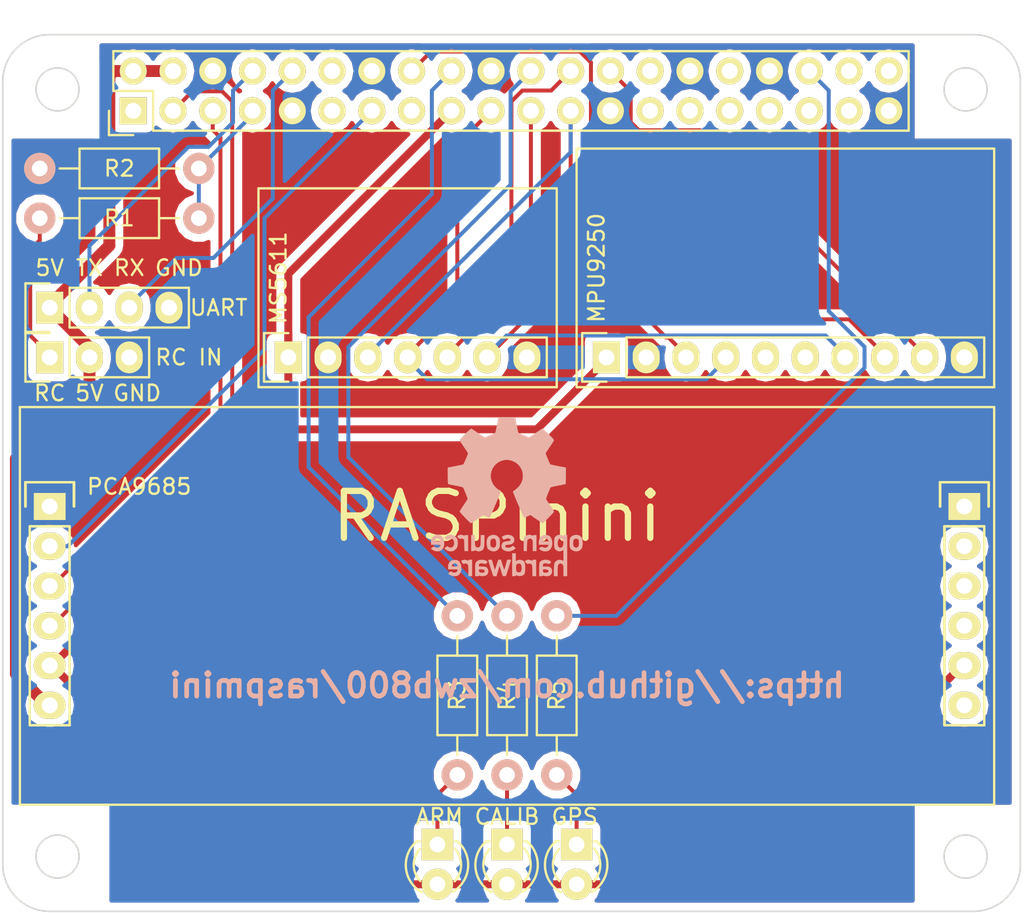
<source format=kicad_pcb>
(kicad_pcb (version 4) (host pcbnew 4.0.4-stable)

  (general
    (links 0)
    (no_connects 9)
    (area 111.249999 35.214999 176.350001 91.315001)
    (thickness 1.6)
    (drawings 25)
    (tracks 138)
    (zones 0)
    (modules 15)
    (nets 38)
  )

  (page A4)
  (layers
    (0 F.Cu signal)
    (31 B.Cu signal)
    (32 B.Adhes user)
    (33 F.Adhes user)
    (34 B.Paste user)
    (35 F.Paste user)
    (36 B.SilkS user)
    (37 F.SilkS user)
    (38 B.Mask user)
    (39 F.Mask user)
    (40 Dwgs.User user)
    (41 Cmts.User user)
    (42 Eco1.User user)
    (43 Eco2.User user)
    (44 Edge.Cuts user)
    (45 Margin user)
    (46 B.CrtYd user)
    (47 F.CrtYd user)
    (48 B.Fab user)
    (49 F.Fab user)
  )

  (setup
    (last_trace_width 0.254)
    (trace_clearance 0.254)
    (zone_clearance 0.508)
    (zone_45_only yes)
    (trace_min 0.2)
    (segment_width 0.2)
    (edge_width 0.15)
    (via_size 0.6)
    (via_drill 0.4)
    (via_min_size 0.4)
    (via_min_drill 0.3)
    (uvia_size 0.3)
    (uvia_drill 0.1)
    (uvias_allowed no)
    (uvia_min_size 0.2)
    (uvia_min_drill 0.1)
    (pcb_text_width 0.3)
    (pcb_text_size 1.5 1.5)
    (mod_edge_width 0.15)
    (mod_text_size 1 1)
    (mod_text_width 0.15)
    (pad_size 2.032 1.7272)
    (pad_drill 1.016)
    (pad_to_mask_clearance 0.2)
    (aux_axis_origin 0 0)
    (visible_elements 7FFFEFFF)
    (pcbplotparams
      (layerselection 0x010f0_80000001)
      (usegerberextensions true)
      (excludeedgelayer true)
      (linewidth 0.100000)
      (plotframeref false)
      (viasonmask false)
      (mode 1)
      (useauxorigin false)
      (hpglpennumber 1)
      (hpglpenspeed 20)
      (hpglpendiameter 15)
      (hpglpenoverlay 2)
      (psnegative false)
      (psa4output false)
      (plotreference false)
      (plotvalue true)
      (plotinvisibletext false)
      (padsonsilk false)
      (subtractmaskfromsilk false)
      (outputformat 1)
      (mirror false)
      (drillshape 0)
      (scaleselection 1)
      (outputdirectory gerber/))
  )

  (net 0 "")
  (net 1 +3V3)
  (net 2 GND)
  (net 3 "Net-(P1-Pad5)")
  (net 4 "Net-(P1-Pad6)")
  (net 5 +5V)
  (net 6 /SDA)
  (net 7 /SCL)
  (net 8 /RC_INPUT)
  (net 9 /TXD)
  (net 10 /RXD)
  (net 11 "Net-(P0-Pad11)")
  (net 12 "Net-(P0-Pad12)")
  (net 13 /EN_PWM)
  (net 14 "Net-(P0-Pad15)")
  (net 15 /MOSI)
  (net 16 /MISO)
  (net 17 /CS_BARO)
  (net 18 /SCLK)
  (net 19 /CS_MPU)
  (net 20 "Net-(P0-Pad27)")
  (net 21 "Net-(P0-Pad28)")
  (net 22 "Net-(P0-Pad29)")
  (net 23 "Net-(P0-Pad31)")
  (net 24 "Net-(P0-Pad32)")
  (net 25 "Net-(P0-Pad33)")
  (net 26 "Net-(P0-Pad35)")
  (net 27 "Net-(P0-Pad37)")
  (net 28 "Net-(P0-Pad38)")
  (net 29 "Net-(P0-Pad40)")
  (net 30 "Net-(P6-Pad1)")
  (net 31 "Net-(D1-Pad1)")
  (net 32 "Net-(D2-Pad1)")
  (net 33 "Net-(D3-Pad1)")
  (net 34 /LED_ARM)
  (net 35 /LED_CALIBRATION)
  (net 36 /LED_GPS)
  (net 37 /MPU_DRDY)

  (net_class Default 这是默认网络组.
    (clearance 0.254)
    (trace_width 0.254)
    (via_dia 0.6)
    (via_drill 0.4)
    (uvia_dia 0.3)
    (uvia_drill 0.1)
    (add_net /CS_BARO)
    (add_net /CS_MPU)
    (add_net /EN_PWM)
    (add_net /LED_ARM)
    (add_net /LED_CALIBRATION)
    (add_net /LED_GPS)
    (add_net /MISO)
    (add_net /MOSI)
    (add_net /MPU_DRDY)
    (add_net /RC_INPUT)
    (add_net /RXD)
    (add_net /SCL)
    (add_net /SCLK)
    (add_net /SDA)
    (add_net /TXD)
    (add_net GND)
    (add_net "Net-(D1-Pad1)")
    (add_net "Net-(D2-Pad1)")
    (add_net "Net-(D3-Pad1)")
    (add_net "Net-(P0-Pad11)")
    (add_net "Net-(P0-Pad12)")
    (add_net "Net-(P0-Pad15)")
    (add_net "Net-(P0-Pad27)")
    (add_net "Net-(P0-Pad28)")
    (add_net "Net-(P0-Pad29)")
    (add_net "Net-(P0-Pad31)")
    (add_net "Net-(P0-Pad32)")
    (add_net "Net-(P0-Pad33)")
    (add_net "Net-(P0-Pad35)")
    (add_net "Net-(P0-Pad37)")
    (add_net "Net-(P0-Pad38)")
    (add_net "Net-(P0-Pad40)")
    (add_net "Net-(P1-Pad5)")
    (add_net "Net-(P1-Pad6)")
    (add_net "Net-(P6-Pad1)")
  )

  (net_class 5V ""
    (clearance 0.254)
    (trace_width 0.762)
    (via_dia 0.6)
    (via_drill 0.4)
    (uvia_dia 0.3)
    (uvia_drill 0.1)
    (add_net +5V)
  )

  (net_class Power ""
    (clearance 0.254)
    (trace_width 0.508)
    (via_dia 0.6)
    (via_drill 0.4)
    (uvia_dia 0.3)
    (uvia_drill 0.1)
    (add_net +3V3)
  )

  (module Raspmini:MPU9250 (layer F.Cu) (tedit 57FD1733) (tstamp 57FC4937)
    (at 149.86 55.88 90)
    (descr "Through hole pin header")
    (tags "pin header")
    (path /57EE1EF4)
    (fp_text reference P1 (at 3.175 0.635 90) (layer F.SilkS) hide
      (effects (font (size 1 1) (thickness 0.15)))
    )
    (fp_text value MPU9250 (at 5.715 -0.635 90) (layer F.SilkS)
      (effects (font (size 1 1) (thickness 0.15)))
    )
    (fp_line (start -1.905 -1.905) (end 13.335 -1.905) (layer F.SilkS) (width 0.15))
    (fp_line (start 13.335 -1.905) (end 13.335 24.765) (layer F.SilkS) (width 0.15))
    (fp_line (start 13.335 24.765) (end -1.905 24.765) (layer F.SilkS) (width 0.15))
    (fp_line (start -1.905 24.765) (end -1.905 -1.905) (layer F.SilkS) (width 0.15))
    (fp_line (start -1.75 -1.75) (end -1.75 24.65) (layer F.CrtYd) (width 0.05))
    (fp_line (start 1.75 -1.75) (end 1.75 24.65) (layer F.CrtYd) (width 0.05))
    (fp_line (start -1.75 -1.75) (end 1.75 -1.75) (layer F.CrtYd) (width 0.05))
    (fp_line (start -1.75 24.65) (end 1.75 24.65) (layer F.CrtYd) (width 0.05))
    (fp_line (start 1.27 1.27) (end 1.27 24.13) (layer F.SilkS) (width 0.15))
    (fp_line (start 1.27 24.13) (end -1.27 24.13) (layer F.SilkS) (width 0.15))
    (fp_line (start -1.27 24.13) (end -1.27 1.27) (layer F.SilkS) (width 0.15))
    (fp_line (start 1.55 -1.55) (end 1.55 0) (layer F.SilkS) (width 0.15))
    (fp_line (start 1.27 1.27) (end -1.27 1.27) (layer F.SilkS) (width 0.15))
    (fp_line (start -1.55 0) (end -1.55 -1.55) (layer F.SilkS) (width 0.15))
    (fp_line (start -1.55 -1.55) (end 1.55 -1.55) (layer F.SilkS) (width 0.15))
    (pad 1 thru_hole rect (at 0 0 90) (size 2.032 1.7272) (drill 1.016) (layers *.Cu *.Mask F.SilkS)
      (net 1 +3V3))
    (pad 2 thru_hole oval (at 0 2.54 90) (size 2.032 1.7272) (drill 1.016) (layers *.Cu *.Mask F.SilkS)
      (net 2 GND))
    (pad 3 thru_hole oval (at 0 5.08 90) (size 2.032 1.7272) (drill 1.016) (layers *.Cu *.Mask F.SilkS)
      (net 18 /SCLK))
    (pad 4 thru_hole oval (at 0 7.62 90) (size 2.032 1.7272) (drill 1.016) (layers *.Cu *.Mask F.SilkS)
      (net 15 /MOSI))
    (pad 5 thru_hole oval (at 0 10.16 90) (size 2.032 1.7272) (drill 1.016) (layers *.Cu *.Mask F.SilkS)
      (net 3 "Net-(P1-Pad5)"))
    (pad 6 thru_hole oval (at 0 12.7 90) (size 2.032 1.7272) (drill 1.016) (layers *.Cu *.Mask F.SilkS)
      (net 4 "Net-(P1-Pad6)"))
    (pad 7 thru_hole oval (at 0 15.24 90) (size 2.032 1.7272) (drill 1.016) (layers *.Cu *.Mask F.SilkS)
      (net 16 /MISO))
    (pad 8 thru_hole oval (at 0 17.78 90) (size 2.032 1.7272) (drill 1.016) (layers *.Cu *.Mask F.SilkS)
      (net 37 /MPU_DRDY))
    (pad 9 thru_hole oval (at 0 20.32 90) (size 2.032 1.7272) (drill 1.016) (layers *.Cu *.Mask F.SilkS)
      (net 19 /CS_MPU))
    (pad 10 thru_hole oval (at 0 22.86 90) (size 2.032 1.7272) (drill 1.016) (layers *.Cu *.Mask F.SilkS)
      (net 2 GND))
    (model Pin_Headers.3dshapes/Pin_Header_Straight_1x10.wrl
      (at (xyz 0 -0.45 0))
      (scale (xyz 1 1 1))
      (rotate (xyz 0 0 90))
    )
  )

  (module Pin_Headers:Pin_Header_Straight_2x20 (layer F.Cu) (tedit 57FD1689) (tstamp 57EDDC62)
    (at 119.634 40.132 90)
    (descr "Through hole pin header")
    (tags "pin header")
    (path /57EE7972)
    (fp_text reference P0 (at -0.635 -2.54 90) (layer F.SilkS) hide
      (effects (font (size 1 1) (thickness 0.15)))
    )
    (fp_text value "Raspberry PI GPIO" (at 0 -3.81 90) (layer F.Fab)
      (effects (font (size 1 1) (thickness 0.15)))
    )
    (fp_line (start -1.75 -1.75) (end -1.75 50.05) (layer F.CrtYd) (width 0.05))
    (fp_line (start 4.3 -1.75) (end 4.3 50.05) (layer F.CrtYd) (width 0.05))
    (fp_line (start -1.75 -1.75) (end 4.3 -1.75) (layer F.CrtYd) (width 0.05))
    (fp_line (start -1.75 50.05) (end 4.3 50.05) (layer F.CrtYd) (width 0.05))
    (fp_line (start 3.81 49.53) (end 3.81 -1.27) (layer F.SilkS) (width 0.15))
    (fp_line (start -1.27 1.27) (end -1.27 49.53) (layer F.SilkS) (width 0.15))
    (fp_line (start 3.81 49.53) (end -1.27 49.53) (layer F.SilkS) (width 0.15))
    (fp_line (start 3.81 -1.27) (end 1.27 -1.27) (layer F.SilkS) (width 0.15))
    (fp_line (start 0 -1.55) (end -1.55 -1.55) (layer F.SilkS) (width 0.15))
    (fp_line (start 1.27 -1.27) (end 1.27 1.27) (layer F.SilkS) (width 0.15))
    (fp_line (start 1.27 1.27) (end -1.27 1.27) (layer F.SilkS) (width 0.15))
    (fp_line (start -1.55 -1.55) (end -1.55 0) (layer F.SilkS) (width 0.15))
    (pad 1 thru_hole rect (at 0 0 90) (size 1.7272 1.7272) (drill 1.016) (layers *.Cu *.Mask F.SilkS)
      (net 1 +3V3))
    (pad 2 thru_hole oval (at 2.54 0 90) (size 1.7272 1.7272) (drill 1.016) (layers *.Cu *.Mask F.SilkS)
      (net 5 +5V))
    (pad 3 thru_hole oval (at 0 2.54 90) (size 1.7272 1.7272) (drill 1.016) (layers *.Cu *.Mask F.SilkS)
      (net 6 /SDA))
    (pad 4 thru_hole oval (at 2.54 2.54 90) (size 1.7272 1.7272) (drill 1.016) (layers *.Cu *.Mask F.SilkS)
      (net 5 +5V))
    (pad 5 thru_hole oval (at 0 5.08 90) (size 1.7272 1.7272) (drill 1.016) (layers *.Cu *.Mask F.SilkS)
      (net 7 /SCL))
    (pad 6 thru_hole oval (at 2.54 5.08 90) (size 1.7272 1.7272) (drill 1.016) (layers *.Cu *.Mask F.SilkS)
      (net 2 GND))
    (pad 7 thru_hole oval (at 0 7.62 90) (size 1.7272 1.7272) (drill 1.016) (layers *.Cu *.Mask F.SilkS)
      (net 8 /RC_INPUT))
    (pad 8 thru_hole oval (at 2.54 7.62 90) (size 1.7272 1.7272) (drill 1.016) (layers *.Cu *.Mask F.SilkS)
      (net 9 /TXD))
    (pad 9 thru_hole oval (at 0 10.16 90) (size 1.7272 1.7272) (drill 1.016) (layers *.Cu *.Mask F.SilkS)
      (net 2 GND))
    (pad 10 thru_hole oval (at 2.54 10.16 90) (size 1.7272 1.7272) (drill 1.016) (layers *.Cu *.Mask F.SilkS)
      (net 10 /RXD))
    (pad 11 thru_hole oval (at 0 12.7 90) (size 1.7272 1.7272) (drill 1.016) (layers *.Cu *.Mask F.SilkS)
      (net 11 "Net-(P0-Pad11)"))
    (pad 12 thru_hole oval (at 2.54 12.7 90) (size 1.7272 1.7272) (drill 1.016) (layers *.Cu *.Mask F.SilkS)
      (net 12 "Net-(P0-Pad12)"))
    (pad 13 thru_hole oval (at 0 15.24 90) (size 1.7272 1.7272) (drill 1.016) (layers *.Cu *.Mask F.SilkS)
      (net 13 /EN_PWM))
    (pad 14 thru_hole oval (at 2.54 15.24 90) (size 1.7272 1.7272) (drill 1.016) (layers *.Cu *.Mask F.SilkS)
      (net 2 GND))
    (pad 15 thru_hole oval (at 0 17.78 90) (size 1.7272 1.7272) (drill 1.016) (layers *.Cu *.Mask F.SilkS)
      (net 14 "Net-(P0-Pad15)"))
    (pad 16 thru_hole oval (at 2.54 17.78 90) (size 1.7272 1.7272) (drill 1.016) (layers *.Cu *.Mask F.SilkS)
      (net 37 /MPU_DRDY))
    (pad 17 thru_hole oval (at 0 20.32 90) (size 1.7272 1.7272) (drill 1.016) (layers *.Cu *.Mask F.SilkS)
      (net 1 +3V3))
    (pad 18 thru_hole oval (at 2.54 20.32 90) (size 1.7272 1.7272) (drill 1.016) (layers *.Cu *.Mask F.SilkS)
      (net 34 /LED_ARM))
    (pad 19 thru_hole oval (at 0 22.86 90) (size 1.7272 1.7272) (drill 1.016) (layers *.Cu *.Mask F.SilkS)
      (net 15 /MOSI))
    (pad 20 thru_hole oval (at 2.54 22.86 90) (size 1.7272 1.7272) (drill 1.016) (layers *.Cu *.Mask F.SilkS)
      (net 2 GND))
    (pad 21 thru_hole oval (at 0 25.4 90) (size 1.7272 1.7272) (drill 1.016) (layers *.Cu *.Mask F.SilkS)
      (net 16 /MISO))
    (pad 22 thru_hole oval (at 2.54 25.4 90) (size 1.7272 1.7272) (drill 1.016) (layers *.Cu *.Mask F.SilkS)
      (net 35 /LED_CALIBRATION))
    (pad 23 thru_hole oval (at 0 27.94 90) (size 1.7272 1.7272) (drill 1.016) (layers *.Cu *.Mask F.SilkS)
      (net 18 /SCLK))
    (pad 24 thru_hole oval (at 2.54 27.94 90) (size 1.7272 1.7272) (drill 1.016) (layers *.Cu *.Mask F.SilkS)
      (net 17 /CS_BARO))
    (pad 25 thru_hole oval (at 0 30.48 90) (size 1.7272 1.7272) (drill 1.016) (layers *.Cu *.Mask F.SilkS)
      (net 2 GND))
    (pad 26 thru_hole oval (at 2.54 30.48 90) (size 1.7272 1.7272) (drill 1.016) (layers *.Cu *.Mask F.SilkS)
      (net 19 /CS_MPU))
    (pad 27 thru_hole oval (at 0 33.02 90) (size 1.7272 1.7272) (drill 1.016) (layers *.Cu *.Mask F.SilkS)
      (net 20 "Net-(P0-Pad27)"))
    (pad 28 thru_hole oval (at 2.54 33.02 90) (size 1.7272 1.7272) (drill 1.016) (layers *.Cu *.Mask F.SilkS)
      (net 21 "Net-(P0-Pad28)"))
    (pad 29 thru_hole oval (at 0 35.56 90) (size 1.7272 1.7272) (drill 1.016) (layers *.Cu *.Mask F.SilkS)
      (net 22 "Net-(P0-Pad29)"))
    (pad 30 thru_hole oval (at 2.54 35.56 90) (size 1.7272 1.7272) (drill 1.016) (layers *.Cu *.Mask F.SilkS)
      (net 2 GND))
    (pad 31 thru_hole oval (at 0 38.1 90) (size 1.7272 1.7272) (drill 1.016) (layers *.Cu *.Mask F.SilkS)
      (net 23 "Net-(P0-Pad31)"))
    (pad 32 thru_hole oval (at 2.54 38.1 90) (size 1.7272 1.7272) (drill 1.016) (layers *.Cu *.Mask F.SilkS)
      (net 24 "Net-(P0-Pad32)"))
    (pad 33 thru_hole oval (at 0 40.64 90) (size 1.7272 1.7272) (drill 1.016) (layers *.Cu *.Mask F.SilkS)
      (net 25 "Net-(P0-Pad33)"))
    (pad 34 thru_hole oval (at 2.54 40.64 90) (size 1.7272 1.7272) (drill 1.016) (layers *.Cu *.Mask F.SilkS)
      (net 2 GND))
    (pad 35 thru_hole oval (at 0 43.18 90) (size 1.7272 1.7272) (drill 1.016) (layers *.Cu *.Mask F.SilkS)
      (net 26 "Net-(P0-Pad35)"))
    (pad 36 thru_hole oval (at 2.54 43.18 90) (size 1.7272 1.7272) (drill 1.016) (layers *.Cu *.Mask F.SilkS)
      (net 36 /LED_GPS))
    (pad 37 thru_hole oval (at 0 45.72 90) (size 1.7272 1.7272) (drill 1.016) (layers *.Cu *.Mask F.SilkS)
      (net 27 "Net-(P0-Pad37)"))
    (pad 38 thru_hole oval (at 2.54 45.72 90) (size 1.7272 1.7272) (drill 1.016) (layers *.Cu *.Mask F.SilkS)
      (net 28 "Net-(P0-Pad38)"))
    (pad 39 thru_hole oval (at 0 48.26 90) (size 1.7272 1.7272) (drill 1.016) (layers *.Cu *.Mask F.SilkS)
      (net 2 GND))
    (pad 40 thru_hole oval (at 2.54 48.26 90) (size 1.7272 1.7272) (drill 1.016) (layers *.Cu *.Mask F.SilkS)
      (net 29 "Net-(P0-Pad40)"))
    (model Pin_Headers.3dshapes/Pin_Header_Straight_2x20.wrl
      (at (xyz 0.05 -0.95 0))
      (scale (xyz 1 1 1))
      (rotate (xyz 0 0 90))
    )
  )

  (module Resistors_ThroughHole:Resistor_Horizontal_RM10mm (layer F.Cu) (tedit 57FDC3DB) (tstamp 57FD0746)
    (at 140.335 82.55 90)
    (descr "Resistor, Axial,  RM 10mm, 1/3W")
    (tags "Resistor Axial RM 10mm 1/3W")
    (path /57EE5467)
    (fp_text reference R3 (at 5.08 0 90) (layer F.SilkS)
      (effects (font (size 1 1) (thickness 0.15)))
    )
    (fp_text value 220 (at 5.08 0 90) (layer F.Fab)
      (effects (font (size 1 1) (thickness 0.15)))
    )
    (fp_line (start -1.25 -1.5) (end 11.4 -1.5) (layer F.CrtYd) (width 0.05))
    (fp_line (start -1.25 1.5) (end -1.25 -1.5) (layer F.CrtYd) (width 0.05))
    (fp_line (start 11.4 -1.5) (end 11.4 1.5) (layer F.CrtYd) (width 0.05))
    (fp_line (start -1.25 1.5) (end 11.4 1.5) (layer F.CrtYd) (width 0.05))
    (fp_line (start 2.54 -1.27) (end 7.62 -1.27) (layer F.SilkS) (width 0.15))
    (fp_line (start 7.62 -1.27) (end 7.62 1.27) (layer F.SilkS) (width 0.15))
    (fp_line (start 7.62 1.27) (end 2.54 1.27) (layer F.SilkS) (width 0.15))
    (fp_line (start 2.54 1.27) (end 2.54 -1.27) (layer F.SilkS) (width 0.15))
    (fp_line (start 2.54 0) (end 1.27 0) (layer F.SilkS) (width 0.15))
    (fp_line (start 7.62 0) (end 8.89 0) (layer F.SilkS) (width 0.15))
    (pad 1 thru_hole circle (at 0 0 90) (size 1.99898 1.99898) (drill 1.00076) (layers *.Cu *.SilkS *.Mask)
      (net 31 "Net-(D1-Pad1)"))
    (pad 2 thru_hole circle (at 10.16 0 90) (size 1.99898 1.99898) (drill 1.00076) (layers *.Cu *.SilkS *.Mask)
      (net 34 /LED_ARM))
    (model Resistors_ThroughHole.3dshapes/Resistor_Horizontal_RM10mm.wrl
      (at (xyz 0.2 0 0))
      (scale (xyz 0.4 0.4 0.4))
      (rotate (xyz 0 0 0))
    )
  )

  (module Raspmini:MS5611 (layer F.Cu) (tedit 57FD171F) (tstamp 57EDD58F)
    (at 129.54 55.88 90)
    (descr "Through hole pin header")
    (tags "pin header")
    (path /57EE7297)
    (fp_text reference P2 (at 3.175 0.635 90) (layer F.SilkS) hide
      (effects (font (size 1 1) (thickness 0.15)))
    )
    (fp_text value MS5611 (at 5.08 -0.635 90) (layer F.SilkS)
      (effects (font (size 1 1) (thickness 0.15)))
    )
    (fp_line (start -1.905 -1.905) (end 10.795 -1.905) (layer F.SilkS) (width 0.15))
    (fp_line (start 10.795 -1.905) (end 10.795 17.145) (layer F.SilkS) (width 0.15))
    (fp_line (start 10.795 17.145) (end -1.905 17.145) (layer F.SilkS) (width 0.15))
    (fp_line (start -1.905 17.145) (end -1.905 -1.905) (layer F.SilkS) (width 0.15))
    (fp_line (start -1.75 -1.75) (end -1.75 17) (layer F.CrtYd) (width 0.05))
    (fp_line (start 1.75 -1.75) (end 1.75 17) (layer F.CrtYd) (width 0.05))
    (fp_line (start -1.75 -1.75) (end 1.75 -1.75) (layer F.CrtYd) (width 0.05))
    (fp_line (start -1.75 17) (end 1.75 17) (layer F.CrtYd) (width 0.05))
    (fp_line (start 1.27 1.27) (end 1.27 16.51) (layer F.SilkS) (width 0.15))
    (fp_line (start 1.27 16.51) (end -1.27 16.51) (layer F.SilkS) (width 0.15))
    (fp_line (start -1.27 16.51) (end -1.27 1.27) (layer F.SilkS) (width 0.15))
    (fp_line (start 1.55 -1.55) (end 1.55 0) (layer F.SilkS) (width 0.15))
    (fp_line (start 1.27 1.27) (end -1.27 1.27) (layer F.SilkS) (width 0.15))
    (fp_line (start -1.55 0) (end -1.55 -1.55) (layer F.SilkS) (width 0.15))
    (fp_line (start -1.55 -1.55) (end 1.55 -1.55) (layer F.SilkS) (width 0.15))
    (pad 1 thru_hole rect (at 0 0 90) (size 2.032 1.7272) (drill 1.016) (layers *.Cu *.Mask F.SilkS)
      (net 1 +3V3))
    (pad 2 thru_hole oval (at 0 2.54 90) (size 2.032 1.7272) (drill 1.016) (layers *.Cu *.Mask F.SilkS)
      (net 2 GND))
    (pad 3 thru_hole oval (at 0 5.08 90) (size 2.032 1.7272) (drill 1.016) (layers *.Cu *.Mask F.SilkS)
      (net 18 /SCLK))
    (pad 4 thru_hole oval (at 0 7.62 90) (size 2.032 1.7272) (drill 1.016) (layers *.Cu *.Mask F.SilkS)
      (net 15 /MOSI))
    (pad 5 thru_hole oval (at 0 10.16 90) (size 2.032 1.7272) (drill 1.016) (layers *.Cu *.Mask F.SilkS)
      (net 17 /CS_BARO))
    (pad 6 thru_hole oval (at 0 12.7 90) (size 2.032 1.7272) (drill 1.016) (layers *.Cu *.Mask F.SilkS)
      (net 16 /MISO))
    (pad 7 thru_hole oval (at 0 15.24 90) (size 2.032 1.7272) (drill 1.016) (layers *.Cu *.Mask F.SilkS)
      (net 2 GND))
    (model Pin_Headers.3dshapes/Pin_Header_Straight_1x07.wrl
      (at (xyz 0 -0.3 0))
      (scale (xyz 1 1 1))
      (rotate (xyz 0 0 90))
    )
  )

  (module Pin_Headers:Pin_Header_Straight_1x04 (layer F.Cu) (tedit 57FDC236) (tstamp 57EDE0A5)
    (at 114.3 52.705 90)
    (descr "Through hole pin header")
    (tags "pin header")
    (path /57EE93F9)
    (fp_text reference P5 (at -1.905 10.16 90) (layer F.SilkS) hide
      (effects (font (size 1 1) (thickness 0.15)))
    )
    (fp_text value UART (at 0 10.795 180) (layer F.SilkS)
      (effects (font (size 1 1) (thickness 0.15)))
    )
    (fp_line (start -1.75 -1.75) (end -1.75 9.4) (layer F.CrtYd) (width 0.05))
    (fp_line (start 1.75 -1.75) (end 1.75 9.4) (layer F.CrtYd) (width 0.05))
    (fp_line (start -1.75 -1.75) (end 1.75 -1.75) (layer F.CrtYd) (width 0.05))
    (fp_line (start -1.75 9.4) (end 1.75 9.4) (layer F.CrtYd) (width 0.05))
    (fp_line (start -1.27 1.27) (end -1.27 8.89) (layer F.SilkS) (width 0.15))
    (fp_line (start 1.27 1.27) (end 1.27 8.89) (layer F.SilkS) (width 0.15))
    (fp_line (start 1.55 -1.55) (end 1.55 0) (layer F.SilkS) (width 0.15))
    (fp_line (start -1.27 8.89) (end 1.27 8.89) (layer F.SilkS) (width 0.15))
    (fp_line (start 1.27 1.27) (end -1.27 1.27) (layer F.SilkS) (width 0.15))
    (fp_line (start -1.55 0) (end -1.55 -1.55) (layer F.SilkS) (width 0.15))
    (fp_line (start -1.55 -1.55) (end 1.55 -1.55) (layer F.SilkS) (width 0.15))
    (pad 1 thru_hole rect (at 0 0 90) (size 2.032 1.7272) (drill 1.016) (layers *.Cu *.Mask F.SilkS)
      (net 5 +5V))
    (pad 2 thru_hole oval (at 0 2.54 90) (size 2.032 1.7272) (drill 1.016) (layers *.Cu *.Mask F.SilkS)
      (net 9 /TXD))
    (pad 3 thru_hole oval (at 0 5.08 90) (size 2.032 1.7272) (drill 1.016) (layers *.Cu *.Mask F.SilkS)
      (net 10 /RXD))
    (pad 4 thru_hole oval (at 0 7.62 90) (size 2.032 1.7272) (drill 1.016) (layers *.Cu *.Mask F.SilkS)
      (net 2 GND))
    (model Pin_Headers.3dshapes/Pin_Header_Straight_1x04.wrl
      (at (xyz 0 -0.15 0))
      (scale (xyz 1 1 1))
      (rotate (xyz 0 0 90))
    )
  )

  (module Pin_Headers:Pin_Header_Straight_1x03 (layer F.Cu) (tedit 57FDC23A) (tstamp 57EDE0B7)
    (at 114.3 55.88 90)
    (descr "Through hole pin header")
    (tags "pin header")
    (path /57EE9950)
    (fp_text reference P6 (at -1.905 7.62 90) (layer F.SilkS) hide
      (effects (font (size 1 1) (thickness 0.15)))
    )
    (fp_text value "RC IN" (at 0 8.89 180) (layer F.SilkS)
      (effects (font (size 1 1) (thickness 0.15)))
    )
    (fp_line (start -1.75 -1.75) (end -1.75 6.85) (layer F.CrtYd) (width 0.05))
    (fp_line (start 1.75 -1.75) (end 1.75 6.85) (layer F.CrtYd) (width 0.05))
    (fp_line (start -1.75 -1.75) (end 1.75 -1.75) (layer F.CrtYd) (width 0.05))
    (fp_line (start -1.75 6.85) (end 1.75 6.85) (layer F.CrtYd) (width 0.05))
    (fp_line (start -1.27 1.27) (end -1.27 6.35) (layer F.SilkS) (width 0.15))
    (fp_line (start -1.27 6.35) (end 1.27 6.35) (layer F.SilkS) (width 0.15))
    (fp_line (start 1.27 6.35) (end 1.27 1.27) (layer F.SilkS) (width 0.15))
    (fp_line (start 1.55 -1.55) (end 1.55 0) (layer F.SilkS) (width 0.15))
    (fp_line (start 1.27 1.27) (end -1.27 1.27) (layer F.SilkS) (width 0.15))
    (fp_line (start -1.55 0) (end -1.55 -1.55) (layer F.SilkS) (width 0.15))
    (fp_line (start -1.55 -1.55) (end 1.55 -1.55) (layer F.SilkS) (width 0.15))
    (pad 1 thru_hole rect (at 0 0 90) (size 2.032 1.7272) (drill 1.016) (layers *.Cu *.Mask F.SilkS)
      (net 30 "Net-(P6-Pad1)"))
    (pad 2 thru_hole oval (at 0 2.54 90) (size 2.032 1.7272) (drill 1.016) (layers *.Cu *.Mask F.SilkS)
      (net 5 +5V))
    (pad 3 thru_hole oval (at 0 5.08 90) (size 2.032 1.7272) (drill 1.016) (layers *.Cu *.Mask F.SilkS)
      (net 2 GND))
    (model Pin_Headers.3dshapes/Pin_Header_Straight_1x03.wrl
      (at (xyz 0 -0.1 0))
      (scale (xyz 1 1 1))
      (rotate (xyz 0 0 90))
    )
  )

  (module LEDs:LED-3MM (layer F.Cu) (tedit 57FDC50F) (tstamp 57EE3F1D)
    (at 139.065 86.995 270)
    (descr "LED 3mm round vertical")
    (tags "LED  3mm round vertical")
    (path /57EE4C97)
    (fp_text reference D1 (at 3.175 2.54 270) (layer F.SilkS) hide
      (effects (font (size 1 1) (thickness 0.15)))
    )
    (fp_text value ARM (at -1.778 -0.127 360) (layer F.SilkS)
      (effects (font (size 1 1) (thickness 0.15)))
    )
    (fp_line (start -1.2 2.3) (end 3.8 2.3) (layer F.CrtYd) (width 0.05))
    (fp_line (start 3.8 2.3) (end 3.8 -2.2) (layer F.CrtYd) (width 0.05))
    (fp_line (start 3.8 -2.2) (end -1.2 -2.2) (layer F.CrtYd) (width 0.05))
    (fp_line (start -1.2 -2.2) (end -1.2 2.3) (layer F.CrtYd) (width 0.05))
    (fp_line (start -0.199 1.314) (end -0.199 1.114) (layer F.SilkS) (width 0.15))
    (fp_line (start -0.199 -1.28) (end -0.199 -1.1) (layer F.SilkS) (width 0.15))
    (fp_arc (start 1.301 0.034) (end -0.199 -1.286) (angle 108.5) (layer F.SilkS) (width 0.15))
    (fp_arc (start 1.301 0.034) (end 0.25 -1.1) (angle 85.7) (layer F.SilkS) (width 0.15))
    (fp_arc (start 1.311 0.034) (end 3.051 0.994) (angle 110) (layer F.SilkS) (width 0.15))
    (fp_arc (start 1.301 0.034) (end 2.335 1.094) (angle 87.5) (layer F.SilkS) (width 0.15))
    (pad 1 thru_hole rect (at 0 0) (size 2 2) (drill 1.00076) (layers *.Cu *.Mask F.SilkS)
      (net 31 "Net-(D1-Pad1)"))
    (pad 2 thru_hole circle (at 2.54 0 270) (size 2 2) (drill 1.00076) (layers *.Cu *.Mask F.SilkS)
      (net 1 +3V3))
    (model LEDs.3dshapes/LED-3MM.wrl
      (at (xyz 0.05 0 0))
      (scale (xyz 1 1 1))
      (rotate (xyz 0 0 90))
    )
  )

  (module LEDs:LED-3MM (layer F.Cu) (tedit 57FDC50B) (tstamp 57EE3F2E)
    (at 143.51 86.995 270)
    (descr "LED 3mm round vertical")
    (tags "LED  3mm round vertical")
    (path /57EE4CDA)
    (fp_text reference D2 (at 3.175 2.54 270) (layer F.SilkS) hide
      (effects (font (size 1 1) (thickness 0.15)))
    )
    (fp_text value CALIB (at -1.778 0 360) (layer F.SilkS)
      (effects (font (size 1 1) (thickness 0.15)))
    )
    (fp_line (start -1.2 2.3) (end 3.8 2.3) (layer F.CrtYd) (width 0.05))
    (fp_line (start 3.8 2.3) (end 3.8 -2.2) (layer F.CrtYd) (width 0.05))
    (fp_line (start 3.8 -2.2) (end -1.2 -2.2) (layer F.CrtYd) (width 0.05))
    (fp_line (start -1.2 -2.2) (end -1.2 2.3) (layer F.CrtYd) (width 0.05))
    (fp_line (start -0.199 1.314) (end -0.199 1.114) (layer F.SilkS) (width 0.15))
    (fp_line (start -0.199 -1.28) (end -0.199 -1.1) (layer F.SilkS) (width 0.15))
    (fp_arc (start 1.301 0.034) (end -0.199 -1.286) (angle 108.5) (layer F.SilkS) (width 0.15))
    (fp_arc (start 1.301 0.034) (end 0.25 -1.1) (angle 85.7) (layer F.SilkS) (width 0.15))
    (fp_arc (start 1.311 0.034) (end 3.051 0.994) (angle 110) (layer F.SilkS) (width 0.15))
    (fp_arc (start 1.301 0.034) (end 2.335 1.094) (angle 87.5) (layer F.SilkS) (width 0.15))
    (pad 1 thru_hole rect (at 0 0) (size 2 2) (drill 1.00076) (layers *.Cu *.Mask F.SilkS)
      (net 32 "Net-(D2-Pad1)"))
    (pad 2 thru_hole circle (at 2.54 0 270) (size 2 2) (drill 1.00076) (layers *.Cu *.Mask F.SilkS)
      (net 1 +3V3))
    (model LEDs.3dshapes/LED-3MM.wrl
      (at (xyz 0.05 0 0))
      (scale (xyz 1 1 1))
      (rotate (xyz 0 0 90))
    )
  )

  (module LEDs:LED-3MM (layer F.Cu) (tedit 57FDC502) (tstamp 57EE3F3F)
    (at 147.955 86.995 270)
    (descr "LED 3mm round vertical")
    (tags "LED  3mm round vertical")
    (path /57EE4D0F)
    (fp_text reference D3 (at 3.175 2.54 270) (layer F.SilkS) hide
      (effects (font (size 1 1) (thickness 0.15)))
    )
    (fp_text value GPS (at -1.778 0.127 360) (layer F.SilkS)
      (effects (font (size 1 1) (thickness 0.15)))
    )
    (fp_line (start -1.2 2.3) (end 3.8 2.3) (layer F.CrtYd) (width 0.05))
    (fp_line (start 3.8 2.3) (end 3.8 -2.2) (layer F.CrtYd) (width 0.05))
    (fp_line (start 3.8 -2.2) (end -1.2 -2.2) (layer F.CrtYd) (width 0.05))
    (fp_line (start -1.2 -2.2) (end -1.2 2.3) (layer F.CrtYd) (width 0.05))
    (fp_line (start -0.199 1.314) (end -0.199 1.114) (layer F.SilkS) (width 0.15))
    (fp_line (start -0.199 -1.28) (end -0.199 -1.1) (layer F.SilkS) (width 0.15))
    (fp_arc (start 1.301 0.034) (end -0.199 -1.286) (angle 108.5) (layer F.SilkS) (width 0.15))
    (fp_arc (start 1.301 0.034) (end 0.25 -1.1) (angle 85.7) (layer F.SilkS) (width 0.15))
    (fp_arc (start 1.311 0.034) (end 3.051 0.994) (angle 110) (layer F.SilkS) (width 0.15))
    (fp_arc (start 1.301 0.034) (end 2.335 1.094) (angle 87.5) (layer F.SilkS) (width 0.15))
    (pad 1 thru_hole rect (at 0 0) (size 2 2) (drill 1.00076) (layers *.Cu *.Mask F.SilkS)
      (net 33 "Net-(D3-Pad1)"))
    (pad 2 thru_hole circle (at 2.54 0 270) (size 2 2) (drill 1.00076) (layers *.Cu *.Mask F.SilkS)
      (net 1 +3V3))
    (model LEDs.3dshapes/LED-3MM.wrl
      (at (xyz 0.05 0 0))
      (scale (xyz 1 1 1))
      (rotate (xyz 0 0 90))
    )
  )

  (module Resistors_ThroughHole:Resistor_Horizontal_RM10mm (layer F.Cu) (tedit 57FD0718) (tstamp 57FD0755)
    (at 143.51 82.55 90)
    (descr "Resistor, Axial,  RM 10mm, 1/3W")
    (tags "Resistor Axial RM 10mm 1/3W")
    (path /57EE55DD)
    (fp_text reference R4 (at 5.08 0 90) (layer F.SilkS)
      (effects (font (size 1 1) (thickness 0.15)))
    )
    (fp_text value 220 (at 5.08 0 90) (layer F.Fab)
      (effects (font (size 1 1) (thickness 0.15)))
    )
    (fp_line (start -1.25 -1.5) (end 11.4 -1.5) (layer F.CrtYd) (width 0.05))
    (fp_line (start -1.25 1.5) (end -1.25 -1.5) (layer F.CrtYd) (width 0.05))
    (fp_line (start 11.4 -1.5) (end 11.4 1.5) (layer F.CrtYd) (width 0.05))
    (fp_line (start -1.25 1.5) (end 11.4 1.5) (layer F.CrtYd) (width 0.05))
    (fp_line (start 2.54 -1.27) (end 7.62 -1.27) (layer F.SilkS) (width 0.15))
    (fp_line (start 7.62 -1.27) (end 7.62 1.27) (layer F.SilkS) (width 0.15))
    (fp_line (start 7.62 1.27) (end 2.54 1.27) (layer F.SilkS) (width 0.15))
    (fp_line (start 2.54 1.27) (end 2.54 -1.27) (layer F.SilkS) (width 0.15))
    (fp_line (start 2.54 0) (end 1.27 0) (layer F.SilkS) (width 0.15))
    (fp_line (start 7.62 0) (end 8.89 0) (layer F.SilkS) (width 0.15))
    (pad 1 thru_hole circle (at 0 0 90) (size 1.99898 1.99898) (drill 1.00076) (layers *.Cu *.SilkS *.Mask)
      (net 32 "Net-(D2-Pad1)"))
    (pad 2 thru_hole circle (at 10.16 0 90) (size 1.99898 1.99898) (drill 1.00076) (layers *.Cu *.SilkS *.Mask)
      (net 35 /LED_CALIBRATION))
    (model Resistors_ThroughHole.3dshapes/Resistor_Horizontal_RM10mm.wrl
      (at (xyz 0.2 0 0))
      (scale (xyz 0.4 0.4 0.4))
      (rotate (xyz 0 0 0))
    )
  )

  (module Resistors_ThroughHole:Resistor_Horizontal_RM10mm (layer F.Cu) (tedit 57FDC3D6) (tstamp 57FD0764)
    (at 146.685 82.55 90)
    (descr "Resistor, Axial,  RM 10mm, 1/3W")
    (tags "Resistor Axial RM 10mm 1/3W")
    (path /57EE5673)
    (fp_text reference R5 (at 5.08 0 90) (layer F.SilkS)
      (effects (font (size 1 1) (thickness 0.15)))
    )
    (fp_text value 220 (at 5.08 0 90) (layer F.Fab)
      (effects (font (size 1 1) (thickness 0.15)))
    )
    (fp_line (start -1.25 -1.5) (end 11.4 -1.5) (layer F.CrtYd) (width 0.05))
    (fp_line (start -1.25 1.5) (end -1.25 -1.5) (layer F.CrtYd) (width 0.05))
    (fp_line (start 11.4 -1.5) (end 11.4 1.5) (layer F.CrtYd) (width 0.05))
    (fp_line (start -1.25 1.5) (end 11.4 1.5) (layer F.CrtYd) (width 0.05))
    (fp_line (start 2.54 -1.27) (end 7.62 -1.27) (layer F.SilkS) (width 0.15))
    (fp_line (start 7.62 -1.27) (end 7.62 1.27) (layer F.SilkS) (width 0.15))
    (fp_line (start 7.62 1.27) (end 2.54 1.27) (layer F.SilkS) (width 0.15))
    (fp_line (start 2.54 1.27) (end 2.54 -1.27) (layer F.SilkS) (width 0.15))
    (fp_line (start 2.54 0) (end 1.27 0) (layer F.SilkS) (width 0.15))
    (fp_line (start 7.62 0) (end 8.89 0) (layer F.SilkS) (width 0.15))
    (pad 1 thru_hole circle (at 0 0 90) (size 1.99898 1.99898) (drill 1.00076) (layers *.Cu *.SilkS *.Mask)
      (net 33 "Net-(D3-Pad1)"))
    (pad 2 thru_hole circle (at 10.16 0 90) (size 1.99898 1.99898) (drill 1.00076) (layers *.Cu *.SilkS *.Mask)
      (net 36 /LED_GPS))
    (model Resistors_ThroughHole.3dshapes/Resistor_Horizontal_RM10mm.wrl
      (at (xyz 0.2 0 0))
      (scale (xyz 0.4 0.4 0.4))
      (rotate (xyz 0 0 0))
    )
  )

  (module Resistors_ThroughHole:Resistor_Horizontal_RM10mm (layer F.Cu) (tedit 57FDC3CF) (tstamp 57FD0836)
    (at 113.665 46.99)
    (descr "Resistor, Axial,  RM 10mm, 1/3W")
    (tags "Resistor Axial RM 10mm 1/3W")
    (path /57EE9F34)
    (fp_text reference R1 (at 5.08 0) (layer F.SilkS)
      (effects (font (size 1 1) (thickness 0.15)))
    )
    (fp_text value 18K (at 5.08 0) (layer F.Fab)
      (effects (font (size 1 1) (thickness 0.15)))
    )
    (fp_line (start -1.25 -1.5) (end 11.4 -1.5) (layer F.CrtYd) (width 0.05))
    (fp_line (start -1.25 1.5) (end -1.25 -1.5) (layer F.CrtYd) (width 0.05))
    (fp_line (start 11.4 -1.5) (end 11.4 1.5) (layer F.CrtYd) (width 0.05))
    (fp_line (start -1.25 1.5) (end 11.4 1.5) (layer F.CrtYd) (width 0.05))
    (fp_line (start 2.54 -1.27) (end 7.62 -1.27) (layer F.SilkS) (width 0.15))
    (fp_line (start 7.62 -1.27) (end 7.62 1.27) (layer F.SilkS) (width 0.15))
    (fp_line (start 7.62 1.27) (end 2.54 1.27) (layer F.SilkS) (width 0.15))
    (fp_line (start 2.54 1.27) (end 2.54 -1.27) (layer F.SilkS) (width 0.15))
    (fp_line (start 2.54 0) (end 1.27 0) (layer F.SilkS) (width 0.15))
    (fp_line (start 7.62 0) (end 8.89 0) (layer F.SilkS) (width 0.15))
    (pad 1 thru_hole circle (at 0 0) (size 1.99898 1.99898) (drill 1.00076) (layers *.Cu *.SilkS *.Mask)
      (net 30 "Net-(P6-Pad1)"))
    (pad 2 thru_hole circle (at 10.16 0) (size 1.99898 1.99898) (drill 1.00076) (layers *.Cu *.SilkS *.Mask)
      (net 8 /RC_INPUT))
    (model Resistors_ThroughHole.3dshapes/Resistor_Horizontal_RM10mm.wrl
      (at (xyz 0.2 0 0))
      (scale (xyz 0.4 0.4 0.4))
      (rotate (xyz 0 0 0))
    )
  )

  (module Resistors_ThroughHole:Resistor_Horizontal_RM10mm (layer F.Cu) (tedit 57FDC3CC) (tstamp 57FD0845)
    (at 123.825 43.815 180)
    (descr "Resistor, Axial,  RM 10mm, 1/3W")
    (tags "Resistor Axial RM 10mm 1/3W")
    (path /57EEA24B)
    (fp_text reference R2 (at 5.08 0 180) (layer F.SilkS)
      (effects (font (size 1 1) (thickness 0.15)))
    )
    (fp_text value 33K (at 5.08 0 180) (layer F.Fab)
      (effects (font (size 1 1) (thickness 0.15)))
    )
    (fp_line (start -1.25 -1.5) (end 11.4 -1.5) (layer F.CrtYd) (width 0.05))
    (fp_line (start -1.25 1.5) (end -1.25 -1.5) (layer F.CrtYd) (width 0.05))
    (fp_line (start 11.4 -1.5) (end 11.4 1.5) (layer F.CrtYd) (width 0.05))
    (fp_line (start -1.25 1.5) (end 11.4 1.5) (layer F.CrtYd) (width 0.05))
    (fp_line (start 2.54 -1.27) (end 7.62 -1.27) (layer F.SilkS) (width 0.15))
    (fp_line (start 7.62 -1.27) (end 7.62 1.27) (layer F.SilkS) (width 0.15))
    (fp_line (start 7.62 1.27) (end 2.54 1.27) (layer F.SilkS) (width 0.15))
    (fp_line (start 2.54 1.27) (end 2.54 -1.27) (layer F.SilkS) (width 0.15))
    (fp_line (start 2.54 0) (end 1.27 0) (layer F.SilkS) (width 0.15))
    (fp_line (start 7.62 0) (end 8.89 0) (layer F.SilkS) (width 0.15))
    (pad 1 thru_hole circle (at 0 0 180) (size 1.99898 1.99898) (drill 1.00076) (layers *.Cu *.SilkS *.Mask)
      (net 8 /RC_INPUT))
    (pad 2 thru_hole circle (at 10.16 0 180) (size 1.99898 1.99898) (drill 1.00076) (layers *.Cu *.SilkS *.Mask)
      (net 2 GND))
    (model Resistors_ThroughHole.3dshapes/Resistor_Horizontal_RM10mm.wrl
      (at (xyz 0.2 0 0))
      (scale (xyz 0.4 0.4 0.4))
      (rotate (xyz 0 0 0))
    )
  )

  (module Raspmini:PCA9685 (layer F.Cu) (tedit 57FEE923) (tstamp 57FC618A)
    (at 114.3 60.96)
    (descr "Through hole pin header")
    (tags "pin header")
    (path /57EE89F5)
    (fp_text reference P3 (at 3.175 5.08) (layer F.SilkS) hide
      (effects (font (size 1 1) (thickness 0.15)))
    )
    (fp_text value PCA9685 (at 5.715 3.175) (layer F.SilkS)
      (effects (font (size 1 1) (thickness 0.15)))
    )
    (fp_line (start -1.55 2.895) (end 1.55 2.895) (layer F.SilkS) (width 0.15))
    (fp_line (start -1.55 4.445) (end -1.55 2.895) (layer F.SilkS) (width 0.15))
    (fp_line (start 1.27 5.715) (end -1.27 5.715) (layer F.SilkS) (width 0.15))
    (fp_line (start 1.55 2.895) (end 1.55 4.445) (layer F.SilkS) (width 0.15))
    (fp_line (start -1.27 18.415) (end -1.27 5.715) (layer F.SilkS) (width 0.15))
    (fp_line (start 1.27 18.415) (end -1.27 18.415) (layer F.SilkS) (width 0.15))
    (fp_line (start 1.27 5.715) (end 1.27 18.415) (layer F.SilkS) (width 0.15))
    (fp_line (start -1.75 18.895) (end 1.75 18.895) (layer F.CrtYd) (width 0.05))
    (fp_line (start -1.75 2.695) (end 1.75 2.695) (layer F.CrtYd) (width 0.05))
    (fp_line (start 1.75 2.695) (end 1.75 18.895) (layer F.CrtYd) (width 0.05))
    (fp_line (start -1.75 2.695) (end -1.75 18.895) (layer F.CrtYd) (width 0.05))
    (fp_line (start -1.75 2.695) (end -1.75 18.895) (layer F.CrtYd) (width 0.05))
    (fp_line (start 1.75 2.695) (end 1.75 18.895) (layer F.CrtYd) (width 0.05))
    (fp_line (start -1.75 2.695) (end 1.75 2.695) (layer F.CrtYd) (width 0.05))
    (fp_line (start -1.75 18.895) (end 1.75 18.895) (layer F.CrtYd) (width 0.05))
    (fp_line (start 1.27 18.415) (end -1.27 18.415) (layer F.SilkS) (width 0.15))
    (fp_line (start -1.27 18.415) (end -1.27 5.715) (layer F.SilkS) (width 0.15))
    (fp_line (start 1.55 2.895) (end 1.55 4.445) (layer F.SilkS) (width 0.15))
    (fp_line (start 1.27 5.715) (end -1.27 5.715) (layer F.SilkS) (width 0.15))
    (fp_line (start -1.55 4.445) (end -1.55 2.895) (layer F.SilkS) (width 0.15))
    (fp_line (start -1.55 2.895) (end 1.55 2.895) (layer F.SilkS) (width 0.15))
    (fp_line (start -1.55 2.895) (end 1.55 2.895) (layer F.SilkS) (width 0.15))
    (fp_line (start -1.55 4.445) (end -1.55 2.895) (layer F.SilkS) (width 0.15))
    (fp_line (start 1.27 5.715) (end -1.27 5.715) (layer F.SilkS) (width 0.15))
    (fp_line (start 1.55 2.895) (end 1.55 4.445) (layer F.SilkS) (width 0.15))
    (fp_line (start -1.27 18.415) (end -1.27 5.715) (layer F.SilkS) (width 0.15))
    (fp_line (start 1.27 18.415) (end -1.27 18.415) (layer F.SilkS) (width 0.15))
    (fp_line (start -1.75 18.895) (end 1.75 18.895) (layer F.CrtYd) (width 0.05))
    (fp_line (start -1.75 2.695) (end 1.75 2.695) (layer F.CrtYd) (width 0.05))
    (fp_line (start 1.75 2.695) (end 1.75 18.895) (layer F.CrtYd) (width 0.05))
    (fp_line (start -1.75 2.695) (end -1.75 18.895) (layer F.CrtYd) (width 0.05))
    (fp_line (start -1.75 2.695) (end -1.75 18.895) (layer F.CrtYd) (width 0.05))
    (fp_line (start 1.75 2.695) (end 1.75 18.895) (layer F.CrtYd) (width 0.05))
    (fp_line (start -1.75 2.695) (end 1.75 2.695) (layer F.CrtYd) (width 0.05))
    (fp_line (start -1.75 18.895) (end 1.75 18.895) (layer F.CrtYd) (width 0.05))
    (fp_line (start 1.27 5.715) (end 1.27 18.415) (layer F.SilkS) (width 0.15))
    (fp_line (start 1.27 18.415) (end -1.27 18.415) (layer F.SilkS) (width 0.15))
    (fp_line (start -1.27 18.415) (end -1.27 5.715) (layer F.SilkS) (width 0.15))
    (fp_line (start 1.55 2.895) (end 1.55 4.445) (layer F.SilkS) (width 0.15))
    (fp_line (start 1.27 5.715) (end -1.27 5.715) (layer F.SilkS) (width 0.15))
    (fp_line (start -1.55 4.445) (end -1.55 2.895) (layer F.SilkS) (width 0.15))
    (fp_line (start -1.55 2.895) (end 1.55 2.895) (layer F.SilkS) (width 0.15))
    (fp_line (start 56.87 2.895) (end 59.97 2.895) (layer F.SilkS) (width 0.15))
    (fp_line (start 56.87 4.445) (end 56.87 2.895) (layer F.SilkS) (width 0.15))
    (fp_line (start 59.69 5.715) (end 57.15 5.715) (layer F.SilkS) (width 0.15))
    (fp_line (start 59.97 2.895) (end 59.97 4.445) (layer F.SilkS) (width 0.15))
    (fp_line (start 57.15 18.415) (end 57.15 5.715) (layer F.SilkS) (width 0.15))
    (fp_line (start 59.69 18.415) (end 57.15 18.415) (layer F.SilkS) (width 0.15))
    (fp_line (start 59.69 5.715) (end 59.69 18.415) (layer F.SilkS) (width 0.15))
    (fp_line (start 56.67 18.895) (end 60.17 18.895) (layer F.CrtYd) (width 0.05))
    (fp_line (start 56.67 2.695) (end 60.17 2.695) (layer F.CrtYd) (width 0.05))
    (fp_line (start 60.17 2.695) (end 60.17 18.895) (layer F.CrtYd) (width 0.05))
    (fp_line (start 56.67 2.695) (end 56.67 18.895) (layer F.CrtYd) (width 0.05))
    (fp_line (start 56.67 2.695) (end 56.67 18.895) (layer F.CrtYd) (width 0.05))
    (fp_line (start 60.17 2.695) (end 60.17 18.895) (layer F.CrtYd) (width 0.05))
    (fp_line (start 56.67 2.695) (end 60.17 2.695) (layer F.CrtYd) (width 0.05))
    (fp_line (start 56.67 18.895) (end 60.17 18.895) (layer F.CrtYd) (width 0.05))
    (fp_line (start 59.69 18.415) (end 57.15 18.415) (layer F.SilkS) (width 0.15))
    (fp_line (start 57.15 18.415) (end 57.15 5.715) (layer F.SilkS) (width 0.15))
    (fp_line (start 59.97 2.895) (end 59.97 4.445) (layer F.SilkS) (width 0.15))
    (fp_line (start 59.69 5.715) (end 57.15 5.715) (layer F.SilkS) (width 0.15))
    (fp_line (start 56.87 4.445) (end 56.87 2.895) (layer F.SilkS) (width 0.15))
    (fp_line (start 56.87 2.895) (end 59.97 2.895) (layer F.SilkS) (width 0.15))
    (fp_line (start 56.87 2.895) (end 59.97 2.895) (layer F.SilkS) (width 0.15))
    (fp_line (start 56.87 4.445) (end 56.87 2.895) (layer F.SilkS) (width 0.15))
    (fp_line (start 59.69 5.715) (end 57.15 5.715) (layer F.SilkS) (width 0.15))
    (fp_line (start 59.97 2.895) (end 59.97 4.445) (layer F.SilkS) (width 0.15))
    (fp_line (start 57.15 18.415) (end 57.15 5.715) (layer F.SilkS) (width 0.15))
    (fp_line (start 59.69 18.415) (end 57.15 18.415) (layer F.SilkS) (width 0.15))
    (fp_line (start 56.67 18.895) (end 60.17 18.895) (layer F.CrtYd) (width 0.05))
    (fp_line (start 56.67 2.695) (end 60.17 2.695) (layer F.CrtYd) (width 0.05))
    (fp_line (start 60.17 2.695) (end 60.17 18.895) (layer F.CrtYd) (width 0.05))
    (fp_line (start 56.67 2.695) (end 56.67 18.895) (layer F.CrtYd) (width 0.05))
    (fp_line (start 56.67 2.695) (end 56.67 18.895) (layer F.CrtYd) (width 0.05))
    (fp_line (start 60.17 2.695) (end 60.17 18.895) (layer F.CrtYd) (width 0.05))
    (fp_line (start 56.67 2.695) (end 60.17 2.695) (layer F.CrtYd) (width 0.05))
    (fp_line (start 56.67 18.895) (end 60.17 18.895) (layer F.CrtYd) (width 0.05))
    (fp_line (start 59.69 5.715) (end 59.69 18.415) (layer F.SilkS) (width 0.15))
    (fp_line (start 59.69 18.415) (end 57.15 18.415) (layer F.SilkS) (width 0.15))
    (fp_line (start 57.15 18.415) (end 57.15 5.715) (layer F.SilkS) (width 0.15))
    (fp_line (start 59.97 2.895) (end 59.97 4.445) (layer F.SilkS) (width 0.15))
    (fp_line (start 59.69 5.715) (end 57.15 5.715) (layer F.SilkS) (width 0.15))
    (fp_line (start 56.87 4.445) (end 56.87 2.895) (layer F.SilkS) (width 0.15))
    (fp_line (start 56.87 2.895) (end 59.97 2.895) (layer F.SilkS) (width 0.15))
    (fp_line (start -1.905 -1.905) (end 60.325 -1.905) (layer F.SilkS) (width 0.15))
    (fp_line (start 60.325 -1.905) (end 60.325 23.495) (layer F.SilkS) (width 0.15))
    (fp_line (start 60.325 23.495) (end -1.905 23.495) (layer F.SilkS) (width 0.15))
    (fp_line (start -1.905 23.495) (end -1.905 -1.905) (layer F.SilkS) (width 0.15))
    (pad 2 thru_hole oval (at 0 6.985) (size 2.032 1.7272) (drill 1.016) (layers *.Cu *.Mask F.SilkS)
      (net 13 /EN_PWM))
    (pad 1 thru_hole rect (at 0 4.445) (size 2.032 1.7272) (drill 1.016) (layers *.Cu *.Mask F.SilkS)
      (net 2 GND))
    (pad 3 thru_hole oval (at 0 9.525) (size 2.032 1.7272) (drill 1.016) (layers *.Cu *.Mask F.SilkS)
      (net 7 /SCL))
    (pad 4 thru_hole oval (at 0 12.065) (size 2.032 1.7272) (drill 1.016) (layers *.Cu *.Mask F.SilkS)
      (net 6 /SDA))
    (pad 5 thru_hole oval (at 0 14.605) (size 2.032 1.7272) (drill 1.016) (layers *.Cu *.Mask F.SilkS)
      (net 1 +3V3))
    (pad 6 thru_hole oval (at 0 17.145) (size 2.032 1.7272) (drill 1.016) (layers *.Cu *.Mask F.SilkS)
      (net 5 +5V))
    (pad 6 thru_hole oval (at 58.42 17.145) (size 2.032 1.7272) (drill 1.016) (layers *.Cu *.Mask F.SilkS)
      (net 5 +5V))
    (pad 5 thru_hole oval (at 58.42 14.605) (size 2.032 1.7272) (drill 1.016) (layers *.Cu *.Mask F.SilkS)
      (net 1 +3V3))
    (pad 4 thru_hole oval (at 58.42 12.065) (size 2.032 1.7272) (drill 1.016) (layers *.Cu *.Mask F.SilkS)
      (net 6 /SDA))
    (pad 3 thru_hole oval (at 58.42 9.525) (size 2.032 1.7272) (drill 1.016) (layers *.Cu *.Mask F.SilkS)
      (net 7 /SCL))
    (pad 1 thru_hole rect (at 58.42 4.445) (size 2.032 1.7272) (drill 1.016) (layers *.Cu *.Mask F.SilkS)
      (net 2 GND))
    (pad 2 thru_hole oval (at 58.42 6.985) (size 2.032 1.7272) (drill 1.016) (layers *.Cu *.Mask F.SilkS)
      (net 13 /EN_PWM))
    (model Pin_Headers.3dshapes/Pin_Header_Straight_1x06.wrl
      (at (xyz 0 -0.43 0))
      (scale (xyz 1 1 1))
      (rotate (xyz 0 0 90))
    )
  )

  (module Raspmini:OSHWA (layer B.Cu) (tedit 0) (tstamp 57FF5DD8)
    (at 143.51 64.77 180)
    (fp_text reference G*** (at 0 0 180) (layer B.SilkS) hide
      (effects (font (thickness 0.3)) (justify mirror))
    )
    (fp_text value LOGO (at 0.75 0 180) (layer B.SilkS) hide
      (effects (font (thickness 0.3)) (justify mirror))
    )
    (fp_poly (pts (xy -3.265839 -2.456239) (xy -3.152641 -2.507809) (xy -3.06138 -2.599135) (xy -3.05588 -2.607291)
      (xy -3.033217 -2.67025) (xy -3.017823 -2.769588) (xy -3.009699 -2.891406) (xy -3.008845 -3.021806)
      (xy -3.01526 -3.14689) (xy -3.028946 -3.25276) (xy -3.049901 -3.325517) (xy -3.05588 -3.336308)
      (xy -3.14508 -3.430419) (xy -3.257068 -3.485003) (xy -3.380219 -3.496936) (xy -3.502908 -3.463097)
      (xy -3.51155 -3.458739) (xy -3.6068 -3.409076) (xy -3.6068 -4.112207) (xy -3.518716 -4.075403)
      (xy -3.382703 -4.04153) (xy -3.255865 -4.055889) (xy -3.172407 -4.096256) (xy -3.110078 -4.144107)
      (xy -3.064231 -4.197886) (xy -3.032457 -4.265969) (xy -3.012345 -4.356735) (xy -3.001487 -4.47856)
      (xy -2.997473 -4.639822) (xy -2.99724 -4.70535) (xy -2.9972 -5.08) (xy -3.2258 -5.08)
      (xy -3.2258 -4.761238) (xy -3.228068 -4.603416) (xy -3.235321 -4.489111) (xy -3.248234 -4.411221)
      (xy -3.262961 -4.370616) (xy -3.324067 -4.295907) (xy -3.400794 -4.266825) (xy -3.483851 -4.284725)
      (xy -3.544455 -4.329545) (xy -3.569529 -4.356972) (xy -3.586788 -4.386648) (xy -3.597688 -4.428065)
      (xy -3.603686 -4.490717) (xy -3.606237 -4.584097) (xy -3.606798 -4.717697) (xy -3.6068 -4.735945)
      (xy -3.6068 -5.08) (xy -3.8354 -5.08) (xy -3.8354 -2.96933) (xy -3.6068 -2.96933)
      (xy -3.592508 -3.098006) (xy -3.552751 -3.195284) (xy -3.49221 -3.256417) (xy -3.415567 -3.276656)
      (xy -3.328402 -3.251736) (xy -3.275023 -3.198022) (xy -3.241817 -3.113646) (xy -3.22803 -3.011451)
      (xy -3.232911 -2.904284) (xy -3.255706 -2.804991) (xy -3.295664 -2.726417) (xy -3.352032 -2.681407)
      (xy -3.361994 -2.67831) (xy -3.454701 -2.676462) (xy -3.528455 -2.718785) (xy -3.579686 -2.801038)
      (xy -3.604825 -2.918978) (xy -3.6068 -2.96933) (xy -3.8354 -2.96933) (xy -3.8354 -2.4638)
      (xy -3.7211 -2.4638) (xy -3.6435 -2.46957) (xy -3.609522 -2.488117) (xy -3.6068 -2.499161)
      (xy -3.59709 -2.516876) (xy -3.561676 -2.508978) (xy -3.51155 -2.48486) (xy -3.389351 -2.447548)
      (xy -3.265839 -2.456239)) (layer B.SilkS) (width 0.01))
    (fp_poly (pts (xy -2.394075 -4.043569) (xy -2.272528 -4.068802) (xy -2.227672 -4.086896) (xy -2.154662 -4.132366)
      (xy -2.099891 -4.184453) (xy -2.086707 -4.205269) (xy -2.074523 -4.259443) (xy -2.065339 -4.358593)
      (xy -2.059512 -4.496961) (xy -2.057403 -4.668793) (xy -2.0574 -4.674795) (xy -2.0574 -5.08)
      (xy -2.1717 -5.08) (xy -2.248845 -5.073636) (xy -2.284392 -5.055728) (xy -2.286 -5.049519)
      (xy -2.293498 -5.031848) (xy -2.31648 -5.049519) (xy -2.358272 -5.066145) (xy -2.436587 -5.076964)
      (xy -2.517732 -5.08) (xy -2.616573 -5.077077) (xy -2.682649 -5.065187) (xy -2.733814 -5.039642)
      (xy -2.765909 -5.014867) (xy -2.841909 -4.92061) (xy -2.877171 -4.807172) (xy -2.873618 -4.7625)
      (xy -2.667 -4.7625) (xy -2.644455 -4.810986) (xy -2.58694 -4.848064) (xy -2.509635 -4.870423)
      (xy -2.42772 -4.874752) (xy -2.356377 -4.857742) (xy -2.325915 -4.836885) (xy -2.29631 -4.782655)
      (xy -2.286 -4.722585) (xy -2.288673 -4.679405) (xy -2.305196 -4.657334) (xy -2.348326 -4.649292)
      (xy -2.420049 -4.6482) (xy -2.527375 -4.659081) (xy -2.610249 -4.688636) (xy -2.658659 -4.732229)
      (xy -2.667 -4.7625) (xy -2.873618 -4.7625) (xy -2.868062 -4.69265) (xy -2.829861 -4.595691)
      (xy -2.774353 -4.530162) (xy -2.692745 -4.49098) (xy -2.576242 -4.473061) (xy -2.483549 -4.4704)
      (xy -2.286 -4.4704) (xy -2.286 -4.39731) (xy -2.3066 -4.320493) (xy -2.363707 -4.272633)
      (xy -2.450281 -4.256529) (xy -2.559282 -4.274976) (xy -2.5781 -4.281239) (xy -2.646345 -4.301955)
      (xy -2.690882 -4.300935) (xy -2.734597 -4.27668) (xy -2.7432 -4.270428) (xy -2.795012 -4.219252)
      (xy -2.798882 -4.171846) (xy -2.754481 -4.120043) (xy -2.736577 -4.106027) (xy -2.644257 -4.062864)
      (xy -2.524037 -4.041818) (xy -2.394075 -4.043569)) (layer B.SilkS) (width 0.01))
    (fp_poly (pts (xy -1.664564 -4.043586) (xy -1.630248 -4.06054) (xy -1.6256 -4.0767) (xy -1.622829 -4.105868)
      (xy -1.606045 -4.110958) (xy -1.562544 -4.091989) (xy -1.533254 -4.076856) (xy -1.416385 -4.042517)
      (xy -1.292113 -4.050167) (xy -1.217939 -4.077352) (xy -1.167057 -4.10665) (xy -1.143243 -4.126244)
      (xy -1.143 -4.127268) (xy -1.15824 -4.151283) (xy -1.196798 -4.199191) (xy -1.219722 -4.225813)
      (xy -1.270213 -4.278676) (xy -1.307724 -4.298497) (xy -1.350345 -4.29242) (xy -1.370331 -4.285304)
      (xy -1.461481 -4.27401) (xy -1.541749 -4.305411) (xy -1.59683 -4.37345) (xy -1.60071 -4.382841)
      (xy -1.61037 -4.433145) (xy -1.618282 -4.521748) (xy -1.623631 -4.636159) (xy -1.6256 -4.763883)
      (xy -1.6256 -5.08) (xy -1.8542 -5.08) (xy -1.8542 -4.0386) (xy -1.7399 -4.0386)
      (xy -1.664564 -4.043586)) (layer B.SilkS) (width 0.01))
    (fp_poly (pts (xy -0.3302 -5.08) (xy -0.4445 -5.08) (xy -0.519431 -5.075161) (xy -0.553757 -5.058505)
      (xy -0.5588 -5.041247) (xy -0.563895 -5.017516) (xy -0.588094 -5.019427) (xy -0.633739 -5.041247)
      (xy -0.742922 -5.074037) (xy -0.86592 -5.075279) (xy -0.978967 -5.045656) (xy -1.008029 -5.030464)
      (xy -1.065921 -4.989906) (xy -1.106464 -4.944259) (xy -1.132627 -4.883984) (xy -1.147376 -4.799544)
      (xy -1.15368 -4.681402) (xy -1.154312 -4.601087) (xy -0.936866 -4.601087) (xy -0.922668 -4.706994)
      (xy -0.891231 -4.789541) (xy -0.873488 -4.812483) (xy -0.808544 -4.845701) (xy -0.726444 -4.848508)
      (xy -0.649726 -4.822197) (xy -0.619887 -4.797933) (xy -0.593288 -4.75712) (xy -0.578253 -4.699201)
      (xy -0.572094 -4.61064) (xy -0.5715 -4.554389) (xy -0.573254 -4.453988) (xy -0.580828 -4.390524)
      (xy -0.597692 -4.350185) (xy -0.627316 -4.319161) (xy -0.631464 -4.315755) (xy -0.713346 -4.274912)
      (xy -0.798316 -4.273303) (xy -0.869465 -4.310845) (xy -0.875368 -4.316969) (xy -0.913282 -4.388698)
      (xy -0.933759 -4.489196) (xy -0.936866 -4.601087) (xy -1.154312 -4.601087) (xy -1.154642 -4.5593)
      (xy -1.15164 -4.403622) (xy -1.141064 -4.289544) (xy -1.119614 -4.208045) (xy -1.083992 -4.150106)
      (xy -1.030897 -4.106707) (xy -0.978924 -4.078888) (xy -0.84978 -4.042382) (xy -0.72322 -4.053322)
      (xy -0.64135 -4.089121) (xy -0.5588 -4.139453) (xy -0.5588 -3.6322) (xy -0.3302 -3.6322)
      (xy -0.3302 -5.08)) (layer B.SilkS) (width 0.01))
    (fp_poly (pts (xy 0.075211 -4.368744) (xy 0.108232 -4.487814) (xy 0.138013 -4.584942) (xy 0.161776 -4.651795)
      (xy 0.176743 -4.680041) (xy 0.178981 -4.679894) (xy 0.192348 -4.649652) (xy 0.217159 -4.580666)
      (xy 0.250027 -4.482778) (xy 0.287564 -4.36583) (xy 0.292607 -4.34975) (xy 0.389923 -4.0386)
      (xy 0.555283 -4.0386) (xy 0.663917 -4.367758) (xy 0.703985 -4.486641) (xy 0.738753 -4.585059)
      (xy 0.765108 -4.654561) (xy 0.779942 -4.686695) (xy 0.781682 -4.687784) (xy 0.79178 -4.662176)
      (xy 0.812785 -4.593861) (xy 0.845171 -4.48119) (xy 0.889412 -4.322518) (xy 0.941169 -4.13385)
      (xy 0.960535 -4.074934) (xy 0.987305 -4.047274) (xy 1.038723 -4.039081) (xy 1.080479 -4.0386)
      (xy 1.152043 -4.044362) (xy 1.190511 -4.059529) (xy 1.1938 -4.066812) (xy 1.186376 -4.098626)
      (xy 1.16566 -4.171051) (xy 1.133983 -4.276362) (xy 1.093677 -4.406834) (xy 1.047074 -4.55474)
      (xy 1.036636 -4.587512) (xy 0.879472 -5.08) (xy 0.776286 -5.079964) (xy 0.6731 -5.079929)
      (xy 0.626952 -4.921214) (xy 0.593954 -4.808687) (xy 0.555707 -4.67964) (xy 0.527755 -4.586202)
      (xy 0.474706 -4.409904) (xy 0.414373 -4.611602) (xy 0.3797 -4.727846) (xy 0.344834 -4.845277)
      (xy 0.316855 -4.940046) (xy 0.314917 -4.94665) (xy 0.290756 -5.023097) (xy 0.267854 -5.062757)
      (xy 0.233561 -5.077701) (xy 0.175229 -5.079999) (xy 0.1752 -5.08) (xy 0.106378 -5.072559)
      (xy 0.066068 -5.053616) (xy 0.062748 -5.04825) (xy 0.049338 -5.008884) (xy 0.024458 -4.932784)
      (xy -0.009087 -4.828783) (xy -0.048493 -4.705716) (xy -0.090956 -4.572415) (xy -0.133674 -4.437716)
      (xy -0.173841 -4.310452) (xy -0.208654 -4.199456) (xy -0.235309 -4.113564) (xy -0.251003 -4.061608)
      (xy -0.254 -4.050266) (xy -0.231203 -4.043468) (xy -0.173201 -4.039263) (xy -0.133124 -4.0386)
      (xy -0.012248 -4.0386) (xy 0.075211 -4.368744)) (layer B.SilkS) (width 0.01))
    (fp_poly (pts (xy 1.723781 -4.048791) (xy 1.854006 -4.085888) (xy 1.948884 -4.156165) (xy 1.973921 -4.188406)
      (xy 1.995899 -4.224165) (xy 2.011515 -4.261657) (xy 2.021848 -4.309969) (xy 2.027978 -4.37819)
      (xy 2.030984 -4.475406) (xy 2.031946 -4.610705) (xy 2.032 -4.677356) (xy 2.032 -5.08)
      (xy 1.9177 -5.08) (xy 1.849536 -5.074777) (xy 1.808646 -5.061565) (xy 1.8034 -5.053706)
      (xy 1.787851 -5.040386) (xy 1.754269 -5.053706) (xy 1.677916 -5.075251) (xy 1.574374 -5.080834)
      (xy 1.46429 -5.07159) (xy 1.368311 -5.048654) (xy 1.328533 -5.030319) (xy 1.251232 -4.955295)
      (xy 1.207933 -4.852292) (xy 1.204888 -4.781201) (xy 1.424853 -4.781201) (xy 1.449735 -4.835793)
      (xy 1.46685 -4.849365) (xy 1.544755 -4.872367) (xy 1.639961 -4.872043) (xy 1.725269 -4.84957)
      (xy 1.746948 -4.837259) (xy 1.794865 -4.774573) (xy 1.8034 -4.722959) (xy 1.80099 -4.680405)
      (xy 1.785478 -4.658142) (xy 1.744433 -4.649598) (xy 1.665428 -4.6482) (xy 1.66203 -4.6482)
      (xy 1.573689 -4.652811) (xy 1.500336 -4.664631) (xy 1.47153 -4.674493) (xy 1.432325 -4.719712)
      (xy 1.424853 -4.781201) (xy 1.204888 -4.781201) (xy 1.202888 -4.73451) (xy 1.21496 -4.677735)
      (xy 1.247219 -4.593959) (xy 1.291204 -4.537244) (xy 1.356852 -4.502007) (xy 1.454105 -4.482669)
      (xy 1.57743 -4.474222) (xy 1.8034 -4.465345) (xy 1.8034 -4.394782) (xy 1.790265 -4.330924)
      (xy 1.764874 -4.292246) (xy 1.706999 -4.269034) (xy 1.622489 -4.26134) (xy 1.533086 -4.269185)
      (xy 1.461723 -4.291945) (xy 1.416251 -4.308627) (xy 1.373399 -4.298176) (xy 1.32315 -4.264921)
      (xy 1.268489 -4.217061) (xy 1.257628 -4.178013) (xy 1.291032 -4.135105) (xy 1.329025 -4.104831)
      (xy 1.414341 -4.065315) (xy 1.540997 -4.045125) (xy 1.556023 -4.044119) (xy 1.723781 -4.048791)) (layer B.SilkS) (width 0.01))
    (fp_poly (pts (xy 2.42443 -4.043438) (xy 2.458756 -4.060094) (xy 2.4638 -4.077352) (xy 2.468894 -4.101083)
      (xy 2.493093 -4.099172) (xy 2.538738 -4.077352) (xy 2.662225 -4.041521) (xy 2.798915 -4.053753)
      (xy 2.841009 -4.066484) (xy 2.897529 -4.093153) (xy 2.915624 -4.12659) (xy 2.895547 -4.176233)
      (xy 2.845687 -4.2418) (xy 2.796225 -4.295119) (xy 2.763515 -4.311328) (xy 2.73969 -4.29895)
      (xy 2.678061 -4.269957) (xy 2.601858 -4.275975) (xy 2.530853 -4.31458) (xy 2.519027 -4.325987)
      (xy 2.496779 -4.353238) (xy 2.481447 -4.385612) (xy 2.471758 -4.432482) (xy 2.466437 -4.503222)
      (xy 2.46421 -4.607206) (xy 2.4638 -4.732387) (xy 2.4638 -5.08) (xy 2.2352 -5.08)
      (xy 2.2352 -4.0386) (xy 2.3495 -4.0386) (xy 2.42443 -4.043438)) (layer B.SilkS) (width 0.01))
    (fp_poly (pts (xy 3.470826 -4.062678) (xy 3.570484 -4.102285) (xy 3.654695 -4.178333) (xy 3.70205 -4.241541)
      (xy 3.737322 -4.30815) (xy 3.75483 -4.386877) (xy 3.7592 -4.486856) (xy 3.7592 -4.6482)
      (xy 3.4544 -4.6482) (xy 3.325064 -4.648876) (xy 3.238275 -4.651708) (xy 3.185788 -4.657903)
      (xy 3.159358 -4.668665) (xy 3.15074 -4.685199) (xy 3.150407 -4.69265) (xy 3.173904 -4.769134)
      (xy 3.232758 -4.825638) (xy 3.314161 -4.858325) (xy 3.405303 -4.863356) (xy 3.493375 -4.836895)
      (xy 3.535364 -4.807971) (xy 3.566469 -4.787931) (xy 3.599728 -4.792668) (xy 3.651148 -4.825977)
      (xy 3.669429 -4.839758) (xy 3.723984 -4.884169) (xy 3.742883 -4.913056) (xy 3.732065 -4.940057)
      (xy 3.719505 -4.954761) (xy 3.638215 -5.01353) (xy 3.524864 -5.056093) (xy 3.396467 -5.079371)
      (xy 3.27004 -5.080284) (xy 3.162595 -5.055752) (xy 3.1623 -5.055629) (xy 3.086975 -5.004923)
      (xy 3.013853 -4.92485) (xy 2.9593 -4.834828) (xy 2.945899 -4.798855) (xy 2.922808 -4.665604)
      (xy 2.921391 -4.51892) (xy 2.934045 -4.42595) (xy 3.150407 -4.42595) (xy 3.156374 -4.448866)
      (xy 3.182071 -4.462327) (xy 3.237649 -4.468711) (xy 3.333254 -4.470396) (xy 3.3401 -4.4704)
      (xy 3.438285 -4.46891) (xy 3.495865 -4.462857) (xy 3.52299 -4.449862) (xy 3.529805 -4.427547)
      (xy 3.529792 -4.42595) (xy 3.505773 -4.351999) (xy 3.446802 -4.294879) (xy 3.368186 -4.264036)
      (xy 3.285234 -4.268916) (xy 3.278904 -4.27112) (xy 3.203148 -4.319034) (xy 3.157656 -4.387513)
      (xy 3.150407 -4.42595) (xy 2.934045 -4.42595) (xy 2.94041 -4.379186) (xy 2.97815 -4.267718)
      (xy 3.047291 -4.158831) (xy 3.127978 -4.091524) (xy 3.232706 -4.058324) (xy 3.3401 -4.0513)
      (xy 3.470826 -4.062678)) (layer B.SilkS) (width 0.01))
    (fp_poly (pts (xy -4.319501 -2.459124) (xy -4.21315 -2.491877) (xy -4.19345 -2.502323) (xy -4.114434 -2.554882)
      (xy -4.060066 -2.611002) (xy -4.025958 -2.681362) (xy -4.007722 -2.77664) (xy -4.000969 -2.907512)
      (xy -4.0005 -2.9718) (xy -4.003943 -3.120956) (xy -4.017416 -3.229974) (xy -4.045639 -3.309238)
      (xy -4.093329 -3.369131) (xy -4.165206 -3.420037) (xy -4.216919 -3.44805) (xy -4.349825 -3.495202)
      (xy -4.482571 -3.496031) (xy -4.55627 -3.478925) (xy -4.628597 -3.444932) (xy -4.692034 -3.398558)
      (xy -4.752291 -3.333051) (xy -4.791897 -3.262413) (xy -4.814723 -3.174092) (xy -4.824638 -3.055539)
      (xy -4.825195 -3.018113) (xy -4.595755 -3.018113) (xy -4.588001 -3.110603) (xy -4.572163 -3.174435)
      (xy -4.57034 -3.178102) (xy -4.520968 -3.230019) (xy -4.448875 -3.267196) (xy -4.411989 -3.274989)
      (xy -4.377122 -3.265442) (xy -4.321255 -3.240181) (xy -4.319968 -3.239517) (xy -4.26382 -3.195225)
      (xy -4.232676 -3.144267) (xy -4.220149 -3.060648) (xy -4.217554 -2.957242) (xy -4.224431 -2.85759)
      (xy -4.239664 -2.78692) (xy -4.287978 -2.722296) (xy -4.361841 -2.687601) (xy -4.445012 -2.683875)
      (xy -4.521255 -2.71216) (xy -4.570456 -2.765714) (xy -4.586988 -2.825967) (xy -4.595419 -2.916667)
      (xy -4.595755 -3.018113) (xy -4.825195 -3.018113) (xy -4.826 -2.964117) (xy -4.820182 -2.816052)
      (xy -4.79939 -2.705396) (xy -4.758618 -2.619744) (xy -4.692859 -2.546692) (xy -4.640555 -2.504658)
      (xy -4.552596 -2.465616) (xy -4.439114 -2.450404) (xy -4.319501 -2.459124)) (layer B.SilkS) (width 0.01))
    (fp_poly (pts (xy -2.317794 -2.473131) (xy -2.196002 -2.53476) (xy -2.106012 -2.633945) (xy -2.050467 -2.767797)
      (xy -2.032 -2.929019) (xy -2.032 -3.0734) (xy -2.348703 -3.0734) (xy -2.480182 -3.073939)
      (xy -2.568595 -3.076317) (xy -2.62167 -3.081677) (xy -2.647138 -3.091158) (xy -2.652726 -3.105903)
      (xy -2.649718 -3.11785) (xy -2.621417 -3.169197) (xy -2.582588 -3.21945) (xy -2.512142 -3.263521)
      (xy -2.420865 -3.276596) (xy -2.329084 -3.257459) (xy -2.291386 -3.236872) (xy -2.217697 -3.210556)
      (xy -2.143408 -3.23479) (xy -2.092738 -3.279652) (xy -2.063519 -3.316416) (xy -2.064954 -3.343561)
      (xy -2.100747 -3.379946) (xy -2.11483 -3.392121) (xy -2.233979 -3.462978) (xy -2.376654 -3.497322)
      (xy -2.528835 -3.492857) (xy -2.610646 -3.473304) (xy -2.717986 -3.413532) (xy -2.802051 -3.315221)
      (xy -2.859424 -3.186593) (xy -2.886688 -3.035867) (xy -2.880425 -2.871263) (xy -2.880251 -2.8702)
      (xy -2.667146 -2.8702) (xy -2.463873 -2.8702) (xy -2.369485 -2.868593) (xy -2.298404 -2.864323)
      (xy -2.262647 -2.858215) (xy -2.2606 -2.856238) (xy -2.271157 -2.826252) (xy -2.296805 -2.772292)
      (xy -2.299162 -2.767706) (xy -2.358201 -2.699835) (xy -2.435721 -2.670141) (xy -2.517673 -2.677786)
      (xy -2.590004 -2.721932) (xy -2.633476 -2.78765) (xy -2.667146 -2.8702) (xy -2.880251 -2.8702)
      (xy -2.874891 -2.837626) (xy -2.82894 -2.679044) (xy -2.757115 -2.56351) (xy -2.657672 -2.489366)
      (xy -2.528867 -2.454956) (xy -2.468743 -2.451946) (xy -2.317794 -2.473131)) (layer B.SilkS) (width 0.01))
    (fp_poly (pts (xy 0.147569 -2.482088) (xy 0.23495 -2.521538) (xy 0.293206 -2.557125) (xy 0.326806 -2.583538)
      (xy 0.330073 -2.589127) (xy 0.315589 -2.6164) (xy 0.279866 -2.665875) (xy 0.269268 -2.679339)
      (xy 0.20859 -2.755179) (xy 0.116133 -2.711089) (xy 0.011492 -2.675195) (xy -0.085437 -2.666546)
      (xy -0.164408 -2.683363) (xy -0.215174 -2.723867) (xy -0.2286 -2.770962) (xy -0.222597 -2.801366)
      (xy -0.198217 -2.822576) (xy -0.145904 -2.838427) (xy -0.056105 -2.852754) (xy -0.010332 -2.858576)
      (xy 0.110356 -2.876798) (xy 0.192717 -2.899899) (xy 0.249218 -2.933589) (xy 0.292324 -2.983582)
      (xy 0.304693 -3.002916) (xy 0.349856 -3.118609) (xy 0.348478 -3.231379) (xy 0.304539 -3.333026)
      (xy 0.222023 -3.415351) (xy 0.104913 -3.470155) (xy 0.073984 -3.477902) (xy -0.036322 -3.497742)
      (xy -0.122508 -3.500781) (xy -0.208678 -3.486199) (xy -0.2794 -3.465849) (xy -0.368756 -3.429134)
      (xy -0.451225 -3.381566) (xy -0.4699 -3.367562) (xy -0.5461 -3.305088) (xy -0.386866 -3.143742)
      (xy -0.309363 -3.201043) (xy -0.223653 -3.245283) (xy -0.122934 -3.269798) (xy -0.024518 -3.272938)
      (xy 0.054286 -3.253052) (xy 0.076904 -3.237862) (xy 0.118939 -3.179993) (xy 0.114244 -3.130343)
      (xy 0.066774 -3.093709) (xy -0.019517 -3.07489) (xy -0.058656 -3.0734) (xy -0.200271 -3.061496)
      (xy -0.308075 -3.023201) (xy -0.382527 -2.966365) (xy -0.429951 -2.909599) (xy -0.451918 -2.849659)
      (xy -0.4572 -2.764692) (xy -0.451589 -2.678066) (xy -0.429122 -2.618229) (xy -0.385014 -2.565505)
      (xy -0.277945 -2.492333) (xy -0.145133 -2.453446) (xy 0.000883 -2.449735) (xy 0.147569 -2.482088)) (layer B.SilkS) (width 0.01))
    (fp_poly (pts (xy 0.949947 -2.454161) (xy 1.081452 -2.498256) (xy 1.166786 -2.555239) (xy 1.229801 -2.626655)
      (xy 1.270306 -2.720266) (xy 1.290515 -2.844466) (xy 1.292642 -3.007648) (xy 1.291826 -3.029305)
      (xy 1.279885 -3.170589) (xy 1.253616 -3.273401) (xy 1.206725 -3.34943) (xy 1.132915 -3.410365)
      (xy 1.066281 -3.44805) (xy 0.933375 -3.495202) (xy 0.800629 -3.496031) (xy 0.72693 -3.478925)
      (xy 0.628532 -3.427517) (xy 0.539501 -3.342098) (xy 0.492886 -3.271511) (xy 0.471875 -3.198825)
      (xy 0.459874 -3.081836) (xy 0.4572 -2.9718) (xy 0.457384 -2.966421) (xy 0.6858 -2.966421)
      (xy 0.692636 -3.091851) (xy 0.715385 -3.176771) (xy 0.757402 -3.229899) (xy 0.79541 -3.251022)
      (xy 0.853287 -3.270792) (xy 0.89704 -3.269164) (xy 0.954027 -3.244253) (xy 0.963383 -3.239439)
      (xy 1.015184 -3.20611) (xy 1.046357 -3.163512) (xy 1.061869 -3.098794) (xy 1.066683 -2.99911)
      (xy 1.0668 -2.9718) (xy 1.063651 -2.862958) (xy 1.050857 -2.791816) (xy 1.023398 -2.745486)
      (xy 0.976254 -2.711079) (xy 0.962341 -2.703621) (xy 0.866954 -2.674229) (xy 0.788816 -2.690862)
      (xy 0.730751 -2.750837) (xy 0.695582 -2.85147) (xy 0.6858 -2.966421) (xy 0.457384 -2.966421)
      (xy 0.462187 -2.826138) (xy 0.47669 -2.720538) (xy 0.492886 -2.672088) (xy 0.5763 -2.562017)
      (xy 0.687118 -2.48782) (xy 0.815085 -2.451275) (xy 0.949947 -2.454161)) (layer B.SilkS) (width 0.01))
    (fp_poly (pts (xy 1.6764 -2.780104) (xy 1.678727 -2.915054) (xy 1.685146 -3.031277) (xy 1.694808 -3.117576)
      (xy 1.705094 -3.159388) (xy 1.759776 -3.227703) (xy 1.835133 -3.259743) (xy 1.916329 -3.255556)
      (xy 1.988527 -3.215192) (xy 2.029199 -3.158303) (xy 2.040462 -3.108343) (xy 2.049497 -3.019327)
      (xy 2.055431 -2.902983) (xy 2.0574 -2.780104) (xy 2.0574 -2.4638) (xy 2.286 -2.4638)
      (xy 2.286 -3.4798) (xy 2.1717 -3.4798) (xy 2.094099 -3.474029) (xy 2.060121 -3.455482)
      (xy 2.0574 -3.444438) (xy 2.048035 -3.426374) (xy 2.013395 -3.433523) (xy 1.963129 -3.457138)
      (xy 1.870073 -3.494192) (xy 1.784058 -3.499375) (xy 1.69272 -3.479083) (xy 1.610525 -3.446031)
      (xy 1.548226 -3.398248) (xy 1.50335 -3.32921) (xy 1.473425 -3.232396) (xy 1.45598 -3.101283)
      (xy 1.448542 -2.92935) (xy 1.4478 -2.832915) (xy 1.4478 -2.4638) (xy 1.6764 -2.4638)
      (xy 1.6764 -2.780104)) (layer B.SilkS) (width 0.01))
    (fp_poly (pts (xy 3.710029 -2.457006) (xy 3.832513 -2.505205) (xy 3.914576 -2.56066) (xy 3.991046 -2.628985)
      (xy 3.912299 -2.70443) (xy 3.858476 -2.750493) (xy 3.822023 -2.76293) (xy 3.790026 -2.748776)
      (xy 3.679954 -2.692588) (xy 3.574672 -2.680782) (xy 3.482054 -2.713054) (xy 3.428224 -2.762655)
      (xy 3.391337 -2.842868) (xy 3.376146 -2.948304) (xy 3.382596 -3.058277) (xy 3.410633 -3.152101)
      (xy 3.429309 -3.182324) (xy 3.508676 -3.247303) (xy 3.604946 -3.266538) (xy 3.71253 -3.239837)
      (xy 3.790026 -3.194823) (xy 3.823908 -3.180569) (xy 3.860951 -3.194787) (xy 3.912299 -3.239169)
      (xy 3.991046 -3.314614) (xy 3.914576 -3.382939) (xy 3.791671 -3.460389) (xy 3.649227 -3.49735)
      (xy 3.501789 -3.490999) (xy 3.4417 -3.474676) (xy 3.345476 -3.421566) (xy 3.255327 -3.339014)
      (xy 3.189069 -3.244772) (xy 3.172938 -3.206853) (xy 3.152734 -3.105315) (xy 3.145564 -2.978587)
      (xy 3.151425 -2.850577) (xy 3.17031 -2.745192) (xy 3.173047 -2.736417) (xy 3.230078 -2.634641)
      (xy 3.322451 -2.544034) (xy 3.434705 -2.475722) (xy 3.551382 -2.440831) (xy 3.586934 -2.438541)
      (xy 3.710029 -2.457006)) (layer B.SilkS) (width 0.01))
    (fp_poly (pts (xy 4.533189 -2.457353) (xy 4.640489 -2.506747) (xy 4.736788 -2.575381) (xy 4.794044 -2.639006)
      (xy 4.827703 -2.702356) (xy 4.845415 -2.775416) (xy 4.851284 -2.876824) (xy 4.8514 -2.899356)
      (xy 4.8514 -3.0734) (xy 4.5466 -3.0734) (xy 4.405934 -3.074834) (xy 4.311323 -3.080897)
      (xy 4.25806 -3.094227) (xy 4.241441 -3.117463) (xy 4.256758 -3.153244) (xy 4.299306 -3.20421)
      (xy 4.304087 -3.209391) (xy 4.38609 -3.263271) (xy 4.485348 -3.274932) (xy 4.589051 -3.243102)
      (xy 4.5974 -3.2385) (xy 4.657829 -3.209391) (xy 4.704149 -3.208978) (xy 4.757084 -3.240051)
      (xy 4.787402 -3.264084) (xy 4.834954 -3.305381) (xy 4.84667 -3.330534) (xy 4.826415 -3.355086)
      (xy 4.812802 -3.366163) (xy 4.665083 -3.455172) (xy 4.507255 -3.496237) (xy 4.344965 -3.488135)
      (xy 4.300606 -3.477212) (xy 4.199498 -3.424718) (xy 4.110667 -3.336757) (xy 4.04832 -3.228626)
      (xy 4.036404 -3.192715) (xy 4.017837 -3.075277) (xy 4.016617 -2.940523) (xy 4.027998 -2.835459)
      (xy 4.243029 -2.835459) (xy 4.272468 -2.8583) (xy 4.344592 -2.868377) (xy 4.4323 -2.8702)
      (xy 4.530965 -2.86859) (xy 4.588918 -2.862258) (xy 4.616185 -2.84895) (xy 4.6228 -2.827387)
      (xy 4.606324 -2.779418) (xy 4.567572 -2.725787) (xy 4.490425 -2.675445) (xy 4.404435 -2.668115)
      (xy 4.324859 -2.703343) (xy 4.294443 -2.733925) (xy 4.251834 -2.795464) (xy 4.243029 -2.835459)
      (xy 4.027998 -2.835459) (xy 4.031122 -2.80662) (xy 4.059728 -2.691734) (xy 4.086341 -2.633849)
      (xy 4.160307 -2.552558) (xy 4.263647 -2.485794) (xy 4.375474 -2.445269) (xy 4.434937 -2.4384)
      (xy 4.533189 -2.457353)) (layer B.SilkS) (width 0.01))
    (fp_poly (pts (xy -1.366805 -2.447922) (xy -1.252635 -2.487761) (xy -1.188792 -2.521161) (xy -1.141355 -2.560325)
      (xy -1.107938 -2.61291) (xy -1.08616 -2.686575) (xy -1.073636 -2.788977) (xy -1.067984 -2.927774)
      (xy -1.0668 -3.084838) (xy -1.0668 -3.4798) (xy -1.264116 -3.4798) (xy -1.274221 -3.134001)
      (xy -1.278575 -2.995434) (xy -1.283415 -2.898251) (xy -1.290645 -2.83306) (xy -1.302168 -2.790464)
      (xy -1.319887 -2.761068) (xy -1.345707 -2.735479) (xy -1.356938 -2.725745) (xy -1.440399 -2.680763)
      (xy -1.523608 -2.6857) (xy -1.600359 -2.740024) (xy -1.60655 -2.747096) (xy -1.625075 -2.776281)
      (xy -1.63775 -2.81839) (xy -1.645607 -2.882514) (xy -1.649673 -2.977747) (xy -1.650979 -3.113181)
      (xy -1.651 -3.139713) (xy -1.651 -3.4798) (xy -1.8796 -3.4798) (xy -1.8796 -2.4638)
      (xy -1.767417 -2.4638) (xy -1.697643 -2.469333) (xy -1.653127 -2.483281) (xy -1.646259 -2.490724)
      (xy -1.619249 -2.50039) (xy -1.561592 -2.47818) (xy -1.465507 -2.444466) (xy -1.366805 -2.447922)) (layer B.SilkS) (width 0.01))
    (fp_poly (pts (xy 3.000117 -2.447306) (xy 3.069752 -2.469116) (xy 3.132345 -2.496932) (xy 3.170468 -2.523701)
      (xy 3.175 -2.533313) (xy 3.159929 -2.56437) (xy 3.122158 -2.616657) (xy 3.10515 -2.637475)
      (xy 3.058032 -2.68865) (xy 3.021178 -2.706591) (xy 2.973929 -2.698365) (xy 2.95049 -2.690393)
      (xy 2.885649 -2.673914) (xy 2.836839 -2.68526) (xy 2.79809 -2.710872) (xy 2.771451 -2.732267)
      (xy 2.752747 -2.755919) (xy 2.740358 -2.790738) (xy 2.732659 -2.84563) (xy 2.728028 -2.929504)
      (xy 2.724842 -3.051267) (xy 2.723452 -3.120545) (xy 2.716405 -3.4798) (xy 2.4892 -3.4798)
      (xy 2.4892 -2.4638) (xy 2.601383 -2.4638) (xy 2.671157 -2.469333) (xy 2.715673 -2.483281)
      (xy 2.722541 -2.490724) (xy 2.749551 -2.50039) (xy 2.807208 -2.47818) (xy 2.878227 -2.450102)
      (xy 2.940865 -2.438556) (xy 3.000117 -2.447306)) (layer B.SilkS) (width 0.01))
    (fp_poly (pts (xy 0.637267 4.577024) (xy 0.666747 4.424669) (xy 0.694763 4.289155) (xy 0.719501 4.178537)
      (xy 0.739151 4.100873) (xy 0.751901 4.064219) (xy 0.752859 4.062981) (xy 0.784561 4.044914)
      (xy 0.852814 4.013255) (xy 0.946688 3.972472) (xy 1.055252 3.927032) (xy 1.167576 3.881402)
      (xy 1.272728 3.840049) (xy 1.359778 3.807439) (xy 1.417795 3.78804) (xy 1.43405 3.7846)
      (xy 1.462869 3.798378) (xy 1.526315 3.836701) (xy 1.617346 3.895056) (xy 1.72892 3.968927)
      (xy 1.853997 4.053801) (xy 1.854872 4.054402) (xy 1.980702 4.140257) (xy 2.093555 4.216269)
      (xy 2.186217 4.277662) (xy 2.251478 4.319654) (xy 2.282032 4.337434) (xy 2.309956 4.324484)
      (xy 2.365783 4.280937) (xy 2.442827 4.213398) (xy 2.534401 4.128474) (xy 2.63382 4.032773)
      (xy 2.734396 3.932901) (xy 2.829444 3.835465) (xy 2.912276 3.747072) (xy 2.976208 3.674328)
      (xy 3.014552 3.623841) (xy 3.0226 3.605668) (xy 3.008814 3.572832) (xy 2.970489 3.505689)
      (xy 2.912171 3.411581) (xy 2.838406 3.297851) (xy 2.7559 3.175001) (xy 2.671575 3.049818)
      (xy 2.598218 2.937795) (xy 2.540353 2.846101) (xy 2.502507 2.781901) (xy 2.4892 2.752532)
      (xy 2.498975 2.718116) (xy 2.525276 2.648078) (xy 2.563561 2.553023) (xy 2.60929 2.443555)
      (xy 2.657923 2.330279) (xy 2.70492 2.2238) (xy 2.745739 2.134723) (xy 2.775842 2.073652)
      (xy 2.789046 2.052194) (xy 2.81676 2.043515) (xy 2.885024 2.027359) (xy 2.984458 2.005609)
      (xy 3.105681 1.980149) (xy 3.239313 1.952861) (xy 3.375974 1.925629) (xy 3.506283 1.900336)
      (xy 3.62086 1.878866) (xy 3.710325 1.863101) (xy 3.765298 1.854926) (xy 3.775222 1.8542)
      (xy 3.780543 1.830334) (xy 3.784107 1.764799) (xy 3.786053 1.66669) (xy 3.786517 1.545104)
      (xy 3.785638 1.409136) (xy 3.783552 1.267883) (xy 3.780398 1.130439) (xy 3.776311 1.0059)
      (xy 3.771431 0.903363) (xy 3.765894 0.831923) (xy 3.759837 0.800675) (xy 3.759302 0.800164)
      (xy 3.727182 0.790619) (xy 3.653611 0.773755) (xy 3.547109 0.751369) (xy 3.416202 0.725261)
      (xy 3.287516 0.700621) (xy 3.139215 0.67117) (xy 3.008577 0.642218) (xy 2.90407 0.615873)
      (xy 2.83416 0.594243) (xy 2.8085 0.581407) (xy 2.787716 0.54563) (xy 2.753832 0.473247)
      (xy 2.711199 0.37506) (xy 2.664173 0.261867) (xy 2.617104 0.144469) (xy 2.574347 0.033666)
      (xy 2.540255 -0.059742) (xy 2.519181 -0.124956) (xy 2.514505 -0.147993) (xy 2.528378 -0.179003)
      (xy 2.5668 -0.244114) (xy 2.62507 -0.335893) (xy 2.698488 -0.446905) (xy 2.7686 -0.549832)
      (xy 2.85127 -0.672006) (xy 2.922689 -0.782044) (xy 2.978132 -0.872296) (xy 3.012872 -0.935115)
      (xy 3.0226 -0.960979) (xy 3.005476 -0.989492) (xy 2.958569 -1.046352) (xy 2.88857 -1.124677)
      (xy 2.802171 -1.217586) (xy 2.706066 -1.318198) (xy 2.606946 -1.419629) (xy 2.511505 -1.515)
      (xy 2.426434 -1.597427) (xy 2.358427 -1.66003) (xy 2.314175 -1.695926) (xy 2.30215 -1.7018)
      (xy 2.275119 -1.688091) (xy 2.213724 -1.650135) (xy 2.125311 -1.592682) (xy 2.017224 -1.520484)
      (xy 1.928074 -1.459796) (xy 1.808222 -1.378289) (xy 1.700812 -1.306569) (xy 1.613727 -1.249797)
      (xy 1.554852 -1.213134) (xy 1.53442 -1.20211) (xy 1.492572 -1.205005) (xy 1.420178 -1.227444)
      (xy 1.331439 -1.264917) (xy 1.3208 -1.27) (xy 1.232968 -1.308661) (xy 1.160012 -1.333843)
      (xy 1.115956 -1.340825) (xy 1.112775 -1.340036) (xy 1.097536 -1.315343) (xy 1.0657 -1.250229)
      (xy 1.020061 -1.151223) (xy 0.963415 -1.024855) (xy 0.898559 -0.877657) (xy 0.828288 -0.716158)
      (xy 0.755399 -0.546889) (xy 0.682687 -0.37638) (xy 0.612948 -0.211161) (xy 0.548979 -0.057763)
      (xy 0.493574 0.077285) (xy 0.449531 0.187452) (xy 0.419645 0.266207) (xy 0.406711 0.30702)
      (xy 0.4064 0.30979) (xy 0.425427 0.330915) (xy 0.476236 0.373963) (xy 0.549415 0.431126)
      (xy 0.583217 0.456472) (xy 0.760235 0.61546) (xy 0.894985 0.795013) (xy 0.987053 0.989403)
      (xy 1.036027 1.192897) (xy 1.041492 1.399767) (xy 1.003037 1.604281) (xy 0.920248 1.800709)
      (xy 0.792712 1.98332) (xy 0.700167 2.078726) (xy 0.524997 2.209011) (xy 0.336829 2.29455)
      (xy 0.14133 2.337844) (xy -0.055831 2.341394) (xy -0.24899 2.3077) (xy -0.432476 2.239264)
      (xy -0.600625 2.138586) (xy -0.747767 2.008167) (xy -0.868237 1.850508) (xy -0.956365 1.668109)
      (xy -1.006487 1.463472) (xy -1.016 1.321434) (xy -0.991989 1.093913) (xy -0.920445 0.883617)
      (xy -0.802105 0.691938) (xy -0.637705 0.520264) (xy -0.557818 0.456472) (xy -0.478265 0.395818)
      (xy -0.417277 0.346123) (xy -0.384265 0.315192) (xy -0.381 0.30979) (xy -0.390664 0.276168)
      (xy -0.41779 0.203476) (xy -0.459579 0.098244) (xy -0.513234 -0.032996) (xy -0.575956 -0.183716)
      (xy -0.644946 -0.347383) (xy -0.717406 -0.517469) (xy -0.790539 -0.687442) (xy -0.861545 -0.850772)
      (xy -0.927627 -1.000928) (xy -0.985985 -1.131381) (xy -1.033822 -1.235599) (xy -1.06834 -1.307052)
      (xy -1.086739 -1.33921) (xy -1.088076 -1.340305) (xy -1.126593 -1.336152) (xy -1.196361 -1.312737)
      (xy -1.283853 -1.274784) (xy -1.304975 -1.264538) (xy -1.4859 -1.174967) (xy -1.870927 -1.438383)
      (xy -1.994383 -1.522073) (xy -2.103819 -1.594795) (xy -2.192228 -1.652011) (xy -2.252601 -1.689184)
      (xy -2.277667 -1.7018) (xy -2.301527 -1.684616) (xy -2.355176 -1.636744) (xy -2.432766 -1.563697)
      (xy -2.52845 -1.470991) (xy -2.636382 -1.36414) (xy -2.648291 -1.352221) (xy -2.756446 -1.241764)
      (xy -2.850959 -1.141237) (xy -2.926271 -1.056883) (xy -2.976823 -0.994948) (xy -2.997057 -0.961674)
      (xy -2.9972 -0.96031) (xy -2.98331 -0.926402) (xy -2.944789 -0.858667) (xy -2.886359 -0.76474)
      (xy -2.812746 -0.652255) (xy -2.7432 -0.549832) (xy -2.660673 -0.428389) (xy -2.589336 -0.319921)
      (xy -2.53389 -0.231862) (xy -2.499034 -0.171644) (xy -2.489106 -0.147993) (xy -2.498533 -0.108817)
      (xy -2.524012 -0.033919) (xy -2.561189 0.065901) (xy -2.605712 0.179843) (xy -2.653228 0.297107)
      (xy -2.699383 0.406893) (xy -2.739824 0.498401) (xy -2.770198 0.560832) (xy -2.783101 0.581407)
      (xy -2.817968 0.597541) (xy -2.89444 0.620133) (xy -3.004051 0.647077) (xy -3.138334 0.676265)
      (xy -3.262117 0.700621) (xy -3.407457 0.728519) (xy -3.535895 0.754277) (xy -3.638908 0.776097)
      (xy -3.707973 0.792181) (xy -3.733903 0.800164) (xy -3.739998 0.827574) (xy -3.745585 0.895951)
      (xy -3.750526 0.996198) (xy -3.754686 1.119219) (xy -3.757925 1.25592) (xy -3.760107 1.397203)
      (xy -3.761094 1.533974) (xy -3.760749 1.657137) (xy -3.758934 1.757596) (xy -3.755513 1.826255)
      (xy -3.750348 1.854018) (xy -3.749823 1.8542) (xy -3.710492 1.858982) (xy -3.633088 1.872072)
      (xy -3.52699 1.891586) (xy -3.401579 1.915642) (xy -3.266236 1.942356) (xy -3.130341 1.969845)
      (xy -3.003274 1.996225) (xy -2.894415 2.019614) (xy -2.813145 2.038128) (xy -2.768844 2.049883)
      (xy -2.763647 2.052194) (xy -2.745199 2.083699) (xy -2.712453 2.151574) (xy -2.669949 2.245213)
      (xy -2.622228 2.354013) (xy -2.573831 2.467367) (xy -2.529297 2.574673) (xy -2.493166 2.665324)
      (xy -2.46998 2.728716) (xy -2.4638 2.752532) (xy -2.477543 2.782694) (xy -2.515754 2.847402)
      (xy -2.573909 2.939488) (xy -2.647482 3.051784) (xy -2.7305 3.175001) (xy -2.814953 3.300799)
      (xy -2.888395 3.414138) (xy -2.94628 3.507676) (xy -2.984061 3.57407) (xy -2.997201 3.605668)
      (xy -2.97992 3.637386) (xy -2.932537 3.695823) (xy -2.861736 3.774371) (xy -2.774205 3.866424)
      (xy -2.67663 3.965375) (xy -2.575696 4.064617) (xy -2.478091 4.157544) (xy -2.390501 4.237548)
      (xy -2.319612 4.298023) (xy -2.27211 4.332362) (xy -2.256633 4.337434) (xy -2.225669 4.319398)
      (xy -2.160151 4.277225) (xy -2.067291 4.215691) (xy -1.954301 4.139577) (xy -1.829473 4.054402)
      (xy -1.704329 3.969469) (xy -1.59264 3.895508) (xy -1.501447 3.837034) (xy -1.437791 3.79856)
      (xy -1.408713 3.784601) (xy -1.408651 3.784601) (xy -1.373085 3.794023) (xy -1.301985 3.819314)
      (xy -1.206282 3.856005) (xy -1.096906 3.89963) (xy -0.984789 3.945721) (xy -0.880861 3.989812)
      (xy -0.796052 4.027436) (xy -0.741293 4.054125) (xy -0.72746 4.062981) (xy -0.715636 4.094307)
      (xy -0.696701 4.167586) (xy -0.672464 4.274762) (xy -0.644739 4.407778) (xy -0.615336 4.558578)
      (xy -0.611868 4.577024) (xy -0.520042 5.0673) (xy 0.545441 5.0673) (xy 0.637267 4.577024)) (layer B.SilkS) (width 0.01))
  )

  (gr_text RASPmini (at 142.875 66.04) (layer F.SilkS)
    (effects (font (size 3 3) (thickness 0.4)))
  )
  (gr_text https://github.com/zwb800/raspmini (at 143.51 76.835) (layer B.SilkS)
    (effects (font (size 1.5 1.5) (thickness 0.3)) (justify mirror))
  )
  (gr_circle (center 114.808 38.862) (end 117.856 38.608) (layer F.Fab) (width 0.2) (tstamp 57FD1E62))
  (gr_circle (center 114.808 87.757) (end 117.856 87.503) (layer F.Fab) (width 0.2) (tstamp 57FD1E5E))
  (gr_circle (center 172.72 87.884) (end 175.768 87.63) (layer F.Fab) (width 0.2) (tstamp 57FD1E5C))
  (gr_circle (center 172.847 38.862) (end 175.895 38.608) (layer F.Fab) (width 0.2))
  (gr_text RC (at 114.3 58.166) (layer F.SilkS)
    (effects (font (size 1 1) (thickness 0.15)))
  )
  (gr_text 5V (at 116.84 58.166) (layer F.SilkS)
    (effects (font (size 1 1) (thickness 0.15)))
  )
  (gr_text GND (at 119.888 58.166) (layer F.SilkS)
    (effects (font (size 1 1) (thickness 0.15)))
  )
  (gr_text GND (at 122.555 50.165) (layer F.SilkS)
    (effects (font (size 1 1) (thickness 0.15)))
  )
  (gr_text RX (at 119.38 50.165) (layer F.SilkS)
    (effects (font (size 1 1) (thickness 0.15)))
  )
  (gr_text TX (at 116.84 50.165) (layer F.SilkS)
    (effects (font (size 1 1) (thickness 0.15)))
  )
  (gr_text 5V (at 114.3 50.165) (layer F.SilkS)
    (effects (font (size 1 1) (thickness 0.15)))
  )
  (gr_line (start 176.3 38.265) (end 176.3 88.265) (layer Edge.Cuts) (width 0.1))
  (gr_line (start 114.3 91.265) (end 173.3 91.265) (layer Edge.Cuts) (width 0.1))
  (gr_line (start 111.3 38.265) (end 111.3 88.265) (layer Edge.Cuts) (width 0.1))
  (gr_line (start 114.3 35.265) (end 173.3 35.265) (layer Edge.Cuts) (width 0.1))
  (gr_circle (center 114.8 87.765) (end 116.175 87.765) (layer Edge.Cuts) (width 0.1))
  (gr_circle (center 172.8 87.765) (end 174.175 87.765) (layer Edge.Cuts) (width 0.1))
  (gr_circle (center 172.8 38.765) (end 174.175 38.765) (layer Edge.Cuts) (width 0.1))
  (gr_circle (center 114.8 38.765) (end 116.175 38.765) (layer Edge.Cuts) (width 0.1))
  (gr_arc (start 114.3 88.265) (end 111.3 88.265) (angle -90) (layer Edge.Cuts) (width 0.1))
  (gr_arc (start 173.3 88.265) (end 173.3 91.265) (angle -90) (layer Edge.Cuts) (width 0.1))
  (gr_arc (start 173.3 38.265) (end 176.3 38.265) (angle -90) (layer Edge.Cuts) (width 0.1))
  (gr_arc (start 114.3 38.265) (end 114.3 35.265) (angle -90) (layer Edge.Cuts) (width 0.1))

  (segment (start 129.54 55.88) (end 129.54 50.8) (width 0.508) (layer F.Cu) (net 1))
  (segment (start 139.954 40.132) (end 129.54 50.546) (width 0.508) (layer F.Cu) (net 1))
  (segment (start 129.54 50.546) (end 129.54 50.8) (width 0.508) (layer F.Cu) (net 1))
  (segment (start 172.72 75.565) (end 172.5676 75.565) (width 0.508) (layer F.Cu) (net 1))
  (segment (start 172.5676 75.565) (end 158.5976 89.535) (width 0.508) (layer F.Cu) (net 1))
  (segment (start 158.5976 89.535) (end 149.369213 89.535) (width 0.508) (layer F.Cu) (net 1))
  (segment (start 149.369213 89.535) (end 147.955 89.535) (width 0.508) (layer F.Cu) (net 1))
  (segment (start 149.86 55.88) (end 149.86 56.0324) (width 0.508) (layer F.Cu) (net 1))
  (segment (start 149.86 56.0324) (end 145.415 60.4774) (width 0.508) (layer F.Cu) (net 1))
  (segment (start 145.415 60.4774) (end 129.54 60.4774) (width 0.508) (layer F.Cu) (net 1))
  (segment (start 129.54 55.88) (end 129.54 54.356) (width 0.508) (layer F.Cu) (net 1))
  (segment (start 128.4224 89.535) (end 147.955 89.535) (width 0.508) (layer F.Cu) (net 1))
  (segment (start 114.3 75.565) (end 114.4524 75.565) (width 0.508) (layer F.Cu) (net 1))
  (segment (start 114.4524 75.565) (end 128.4224 89.535) (width 0.508) (layer F.Cu) (net 1))
  (segment (start 114.4524 75.565) (end 129.54 60.4774) (width 0.508) (layer F.Cu) (net 1))
  (segment (start 129.54 60.4774) (end 129.54 57.404) (width 0.508) (layer F.Cu) (net 1))
  (segment (start 129.54 57.404) (end 129.54 55.88) (width 0.508) (layer F.Cu) (net 1))
  (segment (start 129.54 55.7276) (end 129.54 55.88) (width 0.508) (layer F.Cu) (net 1))
  (segment (start 118.11 37.894686) (end 118.11 48.7426) (width 0.762) (layer F.Cu) (net 5))
  (segment (start 118.11 48.7426) (end 114.3 52.5526) (width 0.762) (layer F.Cu) (net 5))
  (segment (start 114.3 52.5526) (end 114.3 52.705) (width 0.762) (layer F.Cu) (net 5))
  (segment (start 119.634 37.592) (end 118.412686 37.592) (width 0.762) (layer F.Cu) (net 5))
  (segment (start 118.412686 37.592) (end 118.11 37.894686) (width 0.762) (layer F.Cu) (net 5))
  (segment (start 116.84 55.88) (end 116.84 57.658) (width 0.762) (layer F.Cu) (net 5))
  (segment (start 112.140979 76.098379) (end 114.1476 78.105) (width 0.762) (layer F.Cu) (net 5))
  (segment (start 116.84 57.658) (end 112.140979 62.357021) (width 0.762) (layer F.Cu) (net 5))
  (segment (start 112.140979 62.357021) (end 112.140979 76.098379) (width 0.762) (layer F.Cu) (net 5))
  (segment (start 114.1476 78.105) (end 114.3 78.105) (width 0.762) (layer F.Cu) (net 5))
  (segment (start 114.3 52.705) (end 116.84 55.245) (width 0.762) (layer F.Cu) (net 5))
  (segment (start 116.84 55.245) (end 116.84 55.88) (width 0.762) (layer F.Cu) (net 5))
  (segment (start 119.634 37.592) (end 122.174 37.592) (width 0.762) (layer F.Cu) (net 5))
  (segment (start 114.3 73.025) (end 114.4524 73.025) (width 0.254) (layer F.Cu) (net 6))
  (segment (start 125.958601 61.518799) (end 125.958601 39.534591) (width 0.254) (layer F.Cu) (net 6))
  (segment (start 114.4524 73.025) (end 125.958601 61.518799) (width 0.254) (layer F.Cu) (net 6))
  (segment (start 123.037599 39.268401) (end 122.174 40.132) (width 0.254) (layer F.Cu) (net 6))
  (segment (start 125.958601 39.534591) (end 125.311409 38.887399) (width 0.254) (layer F.Cu) (net 6))
  (segment (start 125.311409 38.887399) (end 123.418601 38.887399) (width 0.254) (layer F.Cu) (net 6))
  (segment (start 123.418601 38.887399) (end 123.037599 39.268401) (width 0.254) (layer F.Cu) (net 6))
  (segment (start 114.3 70.485) (end 114.4524 70.485) (width 0.254) (layer F.Cu) (net 7))
  (segment (start 114.4524 70.485) (end 125.205491 59.731909) (width 0.254) (layer F.Cu) (net 7))
  (segment (start 125.205491 59.731909) (end 125.205491 41.844805) (width 0.254) (layer F.Cu) (net 7))
  (segment (start 125.205491 41.844805) (end 124.714 41.353314) (width 0.254) (layer F.Cu) (net 7))
  (segment (start 124.714 41.353314) (end 124.714 40.132) (width 0.254) (layer F.Cu) (net 7))
  (segment (start 127.254 40.386) (end 124.824489 42.815511) (width 0.254) (layer B.Cu) (net 8))
  (segment (start 127.254 40.132) (end 127.254 40.386) (width 0.254) (layer B.Cu) (net 8))
  (segment (start 124.824489 42.815511) (end 123.825 43.815) (width 0.254) (layer B.Cu) (net 8))
  (segment (start 123.825 46.99) (end 123.825 43.815) (width 0.254) (layer B.Cu) (net 8))
  (segment (start 116.84 52.705) (end 116.84 48.756872) (width 0.254) (layer B.Cu) (net 9))
  (segment (start 116.84 48.756872) (end 123.162363 42.434509) (width 0.254) (layer B.Cu) (net 9))
  (segment (start 123.162363 42.434509) (end 124.443491 42.434509) (width 0.254) (layer B.Cu) (net 9))
  (segment (start 124.443491 42.434509) (end 126.009399 40.868601) (width 0.254) (layer B.Cu) (net 9))
  (segment (start 126.009399 40.868601) (end 126.009399 38.836601) (width 0.254) (layer B.Cu) (net 9))
  (segment (start 126.009399 38.836601) (end 126.390401 38.455599) (width 0.254) (layer B.Cu) (net 9))
  (segment (start 126.390401 38.455599) (end 127.254 37.592) (width 0.254) (layer B.Cu) (net 9))
  (segment (start 119.38 52.5526) (end 119.38 52.705) (width 0.254) (layer B.Cu) (net 10))
  (segment (start 122.4026 49.53) (end 119.38 52.5526) (width 0.254) (layer B.Cu) (net 10))
  (segment (start 124.757564 49.53) (end 122.4026 49.53) (width 0.254) (layer B.Cu) (net 10))
  (segment (start 128.549399 38.836601) (end 128.549399 45.738165) (width 0.254) (layer B.Cu) (net 10))
  (segment (start 128.549399 45.738165) (end 124.757564 49.53) (width 0.254) (layer B.Cu) (net 10))
  (segment (start 129.794 37.592) (end 128.549399 38.836601) (width 0.254) (layer B.Cu) (net 10))
  (segment (start 128.016 55.372) (end 128.016 46.99) (width 0.254) (layer B.Cu) (net 13))
  (segment (start 128.016 46.99) (end 134.874 40.132) (width 0.254) (layer B.Cu) (net 13))
  (segment (start 115.443 67.945) (end 128.016 55.372) (width 0.254) (layer B.Cu) (net 13))
  (segment (start 114.3 67.945) (end 115.443 67.945) (width 0.254) (layer B.Cu) (net 13))
  (segment (start 140.335011 52.552589) (end 140.335011 42.290989) (width 0.254) (layer F.Cu) (net 15))
  (segment (start 140.335011 42.290989) (end 142.494 40.132) (width 0.254) (layer F.Cu) (net 15))
  (segment (start 137.16 55.88) (end 137.16 56.0324) (width 0.254) (layer B.Cu) (net 15))
  (segment (start 137.16 56.0324) (end 138.40461 57.27701) (width 0.254) (layer B.Cu) (net 15))
  (segment (start 138.40461 57.27701) (end 156.23539 57.27701) (width 0.254) (layer B.Cu) (net 15))
  (segment (start 156.23539 57.27701) (end 157.48 56.0324) (width 0.254) (layer B.Cu) (net 15))
  (segment (start 157.48 56.0324) (end 157.48 55.88) (width 0.254) (layer B.Cu) (net 15))
  (segment (start 137.16 55.7276) (end 140.335011 52.552589) (width 0.254) (layer F.Cu) (net 15))
  (segment (start 137.16 55.88) (end 137.16 55.7276) (width 0.254) (layer F.Cu) (net 15))
  (segment (start 163.855399 54.482999) (end 143.484601 54.482999) (width 0.254) (layer B.Cu) (net 16))
  (segment (start 143.484601 54.482999) (end 142.24 55.7276) (width 0.254) (layer B.Cu) (net 16))
  (segment (start 142.24 55.7276) (end 142.24 55.88) (width 0.254) (layer B.Cu) (net 16))
  (segment (start 145.034 40.132) (end 145.034 53.086) (width 0.254) (layer F.Cu) (net 16))
  (segment (start 145.034 53.086) (end 142.24 55.88) (width 0.254) (layer F.Cu) (net 16))
  (segment (start 165.1 55.88) (end 165.1 55.7276) (width 0.254) (layer B.Cu) (net 16))
  (segment (start 165.1 55.7276) (end 163.855399 54.482999) (width 0.254) (layer B.Cu) (net 16))
  (segment (start 147.574 37.592) (end 146.329399 38.836601) (width 0.254) (layer F.Cu) (net 17))
  (segment (start 146.329399 38.836601) (end 144.487389 38.836601) (width 0.254) (layer F.Cu) (net 17))
  (segment (start 144.487389 38.836601) (end 143.789399 39.534591) (width 0.254) (layer F.Cu) (net 17))
  (segment (start 143.789399 39.534591) (end 143.789399 51.638201) (width 0.254) (layer F.Cu) (net 17))
  (segment (start 143.789399 51.638201) (end 139.7 55.7276) (width 0.254) (layer F.Cu) (net 17))
  (segment (start 139.7 55.7276) (end 139.7 55.88) (width 0.254) (layer F.Cu) (net 17))
  (segment (start 134.62 55.88) (end 134.62 55.7276) (width 0.254) (layer B.Cu) (net 18))
  (segment (start 134.62 55.7276) (end 147.574 42.7736) (width 0.254) (layer B.Cu) (net 18))
  (segment (start 147.574 42.7736) (end 147.574 41.353314) (width 0.254) (layer B.Cu) (net 18))
  (segment (start 147.574 41.353314) (end 147.574 40.132) (width 0.254) (layer B.Cu) (net 18))
  (segment (start 147.574 40.132) (end 147.574 48.514) (width 0.254) (layer F.Cu) (net 18))
  (segment (start 147.574 48.514) (end 153.67 54.61) (width 0.254) (layer F.Cu) (net 18))
  (segment (start 153.67 54.61) (end 153.8224 54.61) (width 0.254) (layer F.Cu) (net 18))
  (segment (start 153.8224 54.61) (end 154.94 55.7276) (width 0.254) (layer F.Cu) (net 18))
  (segment (start 154.94 55.7276) (end 154.94 55.88) (width 0.254) (layer F.Cu) (net 18))
  (segment (start 170.18 55.88) (end 170.18 55.7276) (width 0.254) (layer F.Cu) (net 19))
  (segment (start 170.18 55.7276) (end 155.829001 41.376601) (width 0.254) (layer F.Cu) (net 19))
  (segment (start 155.829001 41.376601) (end 151.929591 41.376601) (width 0.254) (layer F.Cu) (net 19))
  (segment (start 151.929591 41.376601) (end 151.409399 40.856409) (width 0.254) (layer F.Cu) (net 19))
  (segment (start 151.409399 40.856409) (end 151.409399 38.887399) (width 0.254) (layer F.Cu) (net 19))
  (segment (start 150.977599 38.455599) (end 150.114 37.592) (width 0.254) (layer F.Cu) (net 19))
  (segment (start 151.409399 38.887399) (end 150.977599 38.455599) (width 0.254) (layer F.Cu) (net 19))
  (segment (start 113.665 46.99) (end 113.665 48.403492) (width 0.254) (layer F.Cu) (net 30))
  (segment (start 113.665 48.403492) (end 113.055399 49.013093) (width 0.254) (layer F.Cu) (net 30))
  (segment (start 113.055399 49.013093) (end 113.055399 54.482999) (width 0.254) (layer F.Cu) (net 30))
  (segment (start 114.3 55.7276) (end 114.3 55.88) (width 0.254) (layer F.Cu) (net 30))
  (segment (start 113.055399 54.482999) (end 114.3 55.7276) (width 0.254) (layer F.Cu) (net 30))
  (segment (start 114.3 55.7276) (end 114.3 55.88) (width 0.254) (layer B.Cu) (net 30))
  (segment (start 140.335 82.55) (end 139.065 83.82) (width 0.254) (layer F.Cu) (net 31))
  (segment (start 139.065 83.82) (end 139.065 86.995) (width 0.254) (layer F.Cu) (net 31))
  (segment (start 143.51 82.55) (end 143.51 86.995) (width 0.254) (layer F.Cu) (net 32))
  (segment (start 146.685 82.55) (end 147.955 83.82) (width 0.254) (layer F.Cu) (net 33))
  (segment (start 147.955 83.82) (end 147.955 86.995) (width 0.254) (layer F.Cu) (net 33))
  (segment (start 139.954 37.592) (end 138.709399 38.836601) (width 0.254) (layer B.Cu) (net 34))
  (segment (start 138.709399 38.836601) (end 138.709399 45.440601) (width 0.254) (layer B.Cu) (net 34))
  (segment (start 138.709399 45.440601) (end 130.83539 53.31461) (width 0.254) (layer B.Cu) (net 34))
  (segment (start 130.83539 62.89039) (end 130.83539 53.31461) (width 0.254) (layer B.Cu) (net 34))
  (segment (start 140.335 72.39) (end 130.83539 62.89039) (width 0.254) (layer B.Cu) (net 34))
  (segment (start 145.034 37.592) (end 143.738601 38.887399) (width 0.254) (layer B.Cu) (net 35))
  (segment (start 143.738601 38.887399) (end 143.738601 44.848855) (width 0.254) (layer B.Cu) (net 35))
  (segment (start 143.738601 44.848855) (end 133.37539 55.212066) (width 0.254) (layer B.Cu) (net 35))
  (segment (start 133.37539 55.212066) (end 133.37539 62.25539) (width 0.254) (layer B.Cu) (net 35))
  (segment (start 133.37539 62.25539) (end 143.51 72.39) (width 0.254) (layer B.Cu) (net 35))
  (segment (start 162.814 37.592) (end 164.058601 38.836601) (width 0.254) (layer B.Cu) (net 36))
  (segment (start 164.058601 38.836601) (end 164.058601 52.926057) (width 0.254) (layer B.Cu) (net 36))
  (segment (start 164.058601 52.926057) (end 166.344601 55.212057) (width 0.254) (layer B.Cu) (net 36))
  (segment (start 166.344601 55.212057) (end 166.344601 56.547943) (width 0.254) (layer B.Cu) (net 36))
  (segment (start 146.685 72.39) (end 150.502544 72.39) (width 0.254) (layer B.Cu) (net 36))
  (segment (start 150.502544 72.39) (end 166.344601 56.547943) (width 0.254) (layer B.Cu) (net 36))
  (segment (start 160.503373 53.450491) (end 148.869399 41.816517) (width 0.254) (layer F.Cu) (net 37))
  (segment (start 148.869399 41.816517) (end 148.869399 37.045389) (width 0.254) (layer F.Cu) (net 37))
  (segment (start 148.171409 36.347399) (end 138.658601 36.347399) (width 0.254) (layer F.Cu) (net 37))
  (segment (start 148.869399 37.045389) (end 148.171409 36.347399) (width 0.254) (layer F.Cu) (net 37))
  (segment (start 138.658601 36.347399) (end 138.277599 36.728401) (width 0.254) (layer F.Cu) (net 37))
  (segment (start 138.277599 36.728401) (end 137.414 37.592) (width 0.254) (layer F.Cu) (net 37))
  (segment (start 165.362891 53.450491) (end 160.503373 53.450491) (width 0.254) (layer F.Cu) (net 37))
  (segment (start 167.64 55.7276) (end 165.362891 53.450491) (width 0.254) (layer F.Cu) (net 37))
  (segment (start 167.64 55.88) (end 167.64 55.7276) (width 0.254) (layer F.Cu) (net 37))

  (zone (net 0) (net_name "") (layer F.Cu) (tstamp 0) (hatch edge 0.508)
    (connect_pads (clearance 0.508))
    (min_thickness 0.254)
    (keepout (tracks not_allowed) (vias not_allowed) (copperpour not_allowed))
    (fill (arc_segments 16) (thermal_gap 0.508) (thermal_bridge_width 0.508))
    (polygon
      (pts
        (xy 169.545 35.56) (xy 169.545 41.91) (xy 176.53 41.91) (xy 176.53 34.925) (xy 169.545 34.925)
      )
    )
  )
  (zone (net 0) (net_name "") (layer F.Cu) (tstamp 57FDBD54) (hatch edge 0.508)
    (connect_pads (clearance 0.508))
    (min_thickness 0.254)
    (keepout (tracks not_allowed) (vias not_allowed) (copperpour allowed))
    (fill (arc_segments 16) (thermal_gap 0.508) (thermal_bridge_width 0.508))
    (polygon
      (pts
        (xy 176.53 91.44) (xy 169.545 91.44) (xy 169.545 84.455) (xy 176.53 84.455)
      )
    )
  )
  (zone (net 0) (net_name "") (layer F.Cu) (tstamp 57FDBD80) (hatch edge 0.508)
    (connect_pads (clearance 0.508))
    (min_thickness 0.254)
    (keepout (tracks not_allowed) (vias not_allowed) (copperpour not_allowed))
    (fill (arc_segments 16) (thermal_gap 0.508) (thermal_bridge_width 0.508))
    (polygon
      (pts
        (xy 118.11 91.44) (xy 111.125 91.44) (xy 111.125 84.455) (xy 118.11 84.455)
      )
    )
  )
  (zone (net 0) (net_name "") (layer F.Cu) (tstamp 57FDBD97) (hatch edge 0.508)
    (connect_pads (clearance 0.508))
    (min_thickness 0.254)
    (keepout (tracks not_allowed) (vias not_allowed) (copperpour not_allowed))
    (fill (arc_segments 16) (thermal_gap 0.508) (thermal_bridge_width 0.508))
    (polygon
      (pts
        (xy 117.475 41.91) (xy 111.125 41.91) (xy 111.125 34.925) (xy 117.475 34.925)
      )
    )
  )
  (zone (net 2) (net_name GND) (layer F.Cu) (tstamp 57FDBE79) (hatch edge 0.508)
    (connect_pads yes (clearance 0.508))
    (min_thickness 0.254)
    (fill yes (arc_segments 16) (thermal_gap 0.508) (thermal_bridge_width 0.508))
    (polygon
      (pts
        (xy 169.545 41.91) (xy 175.895 41.91) (xy 175.895 84.455) (xy 169.545 84.455) (xy 169.545 90.805)
        (xy 118.11 90.805) (xy 118.11 84.455) (xy 111.76 84.455) (xy 111.76 41.91) (xy 117.475 41.91)
        (xy 117.475 35.56) (xy 169.545 35.56)
      )
    )
    (filled_polygon
      (pts
        (xy 169.418 41.91) (xy 169.426685 41.956159) (xy 169.427652 41.957662) (xy 169.428006 41.95941) (xy 169.441248 41.978791)
        (xy 169.453965 41.998553) (xy 169.45544 41.99956) (xy 169.456447 42.001035) (xy 169.476209 42.013752) (xy 169.49559 42.026994)
        (xy 169.497338 42.027348) (xy 169.498841 42.028315) (xy 169.545 42.037) (xy 175.615 42.037) (xy 175.615 84.328)
        (xy 169.545 84.328) (xy 169.49559 84.338006) (xy 169.453965 84.366447) (xy 169.426685 84.408841) (xy 169.418 84.455)
        (xy 169.418 90.58) (xy 149.222435 90.58) (xy 149.340278 90.462363) (xy 149.356208 90.424) (xy 158.5976 90.424)
        (xy 158.937806 90.356329) (xy 159.226218 90.163618) (xy 171.077831 78.312005) (xy 171.150729 78.678489) (xy 171.475585 79.16467)
        (xy 171.961766 79.489526) (xy 172.535255 79.6036) (xy 172.904745 79.6036) (xy 173.478234 79.489526) (xy 173.964415 79.16467)
        (xy 174.289271 78.678489) (xy 174.403345 78.105) (xy 174.289271 77.531511) (xy 173.964415 77.04533) (xy 173.649634 76.835)
        (xy 173.964415 76.62467) (xy 174.289271 76.138489) (xy 174.403345 75.565) (xy 174.289271 74.991511) (xy 173.964415 74.50533)
        (xy 173.649634 74.295) (xy 173.964415 74.08467) (xy 174.289271 73.598489) (xy 174.403345 73.025) (xy 174.289271 72.451511)
        (xy 173.964415 71.96533) (xy 173.649634 71.755) (xy 173.964415 71.54467) (xy 174.289271 71.058489) (xy 174.403345 70.485)
        (xy 174.289271 69.911511) (xy 173.964415 69.42533) (xy 173.649634 69.215) (xy 173.964415 69.00467) (xy 174.289271 68.518489)
        (xy 174.403345 67.945) (xy 174.289271 67.371511) (xy 173.964415 66.88533) (xy 173.478234 66.560474) (xy 172.904745 66.4464)
        (xy 172.535255 66.4464) (xy 171.961766 66.560474) (xy 171.475585 66.88533) (xy 171.150729 67.371511) (xy 171.036655 67.945)
        (xy 171.150729 68.518489) (xy 171.475585 69.00467) (xy 171.790366 69.215) (xy 171.475585 69.42533) (xy 171.150729 69.911511)
        (xy 171.036655 70.485) (xy 171.150729 71.058489) (xy 171.475585 71.54467) (xy 171.790366 71.755) (xy 171.475585 71.96533)
        (xy 171.150729 72.451511) (xy 171.036655 73.025) (xy 171.150729 73.598489) (xy 171.475585 74.08467) (xy 171.790366 74.295)
        (xy 171.475585 74.50533) (xy 171.150729 74.991511) (xy 171.036655 75.565) (xy 171.082066 75.793298) (xy 158.229364 88.646)
        (xy 149.356745 88.646) (xy 149.341894 88.610057) (xy 149.275379 88.543426) (xy 149.406441 88.45909) (xy 149.551431 88.24689)
        (xy 149.60244 87.995) (xy 149.60244 85.995) (xy 149.558162 85.759683) (xy 149.41909 85.543559) (xy 149.20689 85.398569)
        (xy 148.955 85.34756) (xy 148.717 85.34756) (xy 148.717 83.82) (xy 148.658996 83.528395) (xy 148.623088 83.474655)
        (xy 148.493815 83.281184) (xy 148.251715 83.039084) (xy 148.319206 82.876547) (xy 148.319774 82.226306) (xy 148.071462 81.625345)
        (xy 147.612073 81.165154) (xy 147.011547 80.915794) (xy 146.361306 80.915226) (xy 145.760345 81.163538) (xy 145.300154 81.622927)
        (xy 145.097309 82.111432) (xy 144.896462 81.625345) (xy 144.437073 81.165154) (xy 143.836547 80.915794) (xy 143.186306 80.915226)
        (xy 142.585345 81.163538) (xy 142.125154 81.622927) (xy 141.922309 82.111432) (xy 141.721462 81.625345) (xy 141.262073 81.165154)
        (xy 140.661547 80.915794) (xy 140.011306 80.915226) (xy 139.410345 81.163538) (xy 138.950154 81.622927) (xy 138.700794 82.223453)
        (xy 138.700226 82.873694) (xy 138.768482 83.038887) (xy 138.526186 83.281184) (xy 138.526185 83.281185) (xy 138.361004 83.528395)
        (xy 138.303 83.82) (xy 138.303 85.34756) (xy 138.065 85.34756) (xy 137.829683 85.391838) (xy 137.613559 85.53091)
        (xy 137.468569 85.74311) (xy 137.41756 85.995) (xy 137.41756 87.995) (xy 137.461838 88.230317) (xy 137.60091 88.446441)
        (xy 137.743561 88.54391) (xy 137.679722 88.607637) (xy 137.663792 88.646) (xy 128.790636 88.646) (xy 115.937934 75.793298)
        (xy 115.983345 75.565) (xy 115.937934 75.336702) (xy 118.560942 72.713694) (xy 138.700226 72.713694) (xy 138.948538 73.314655)
        (xy 139.407927 73.774846) (xy 140.008453 74.024206) (xy 140.658694 74.024774) (xy 141.259655 73.776462) (xy 141.719846 73.317073)
        (xy 141.922691 72.828568) (xy 142.123538 73.314655) (xy 142.582927 73.774846) (xy 143.183453 74.024206) (xy 143.833694 74.024774)
        (xy 144.434655 73.776462) (xy 144.894846 73.317073) (xy 145.097691 72.828568) (xy 145.298538 73.314655) (xy 145.757927 73.774846)
        (xy 146.358453 74.024206) (xy 147.008694 74.024774) (xy 147.609655 73.776462) (xy 148.069846 73.317073) (xy 148.319206 72.716547)
        (xy 148.319774 72.066306) (xy 148.071462 71.465345) (xy 147.612073 71.005154) (xy 147.011547 70.755794) (xy 146.361306 70.755226)
        (xy 145.760345 71.003538) (xy 145.300154 71.462927) (xy 145.097309 71.951432) (xy 144.896462 71.465345) (xy 144.437073 71.005154)
        (xy 143.836547 70.755794) (xy 143.186306 70.755226) (xy 142.585345 71.003538) (xy 142.125154 71.462927) (xy 141.922309 71.951432)
        (xy 141.721462 71.465345) (xy 141.262073 71.005154) (xy 140.661547 70.755794) (xy 140.011306 70.755226) (xy 139.410345 71.003538)
        (xy 138.950154 71.462927) (xy 138.700794 72.063453) (xy 138.700226 72.713694) (xy 118.560942 72.713694) (xy 129.908236 61.3664)
        (xy 145.415 61.3664) (xy 145.755206 61.298729) (xy 146.043618 61.106018) (xy 149.606196 57.54344) (xy 150.7236 57.54344)
        (xy 150.958917 57.499162) (xy 151.175041 57.36009) (xy 151.320031 57.14789) (xy 151.37104 56.896) (xy 151.37104 54.864)
        (xy 151.326762 54.628683) (xy 151.18769 54.412559) (xy 150.97549 54.267569) (xy 150.7236 54.21656) (xy 148.9964 54.21656)
        (xy 148.761083 54.260838) (xy 148.544959 54.39991) (xy 148.399969 54.61211) (xy 148.34896 54.864) (xy 148.34896 56.286204)
        (xy 145.046764 59.5884) (xy 130.429 59.5884) (xy 130.429 57.538661) (xy 130.638917 57.499162) (xy 130.855041 57.36009)
        (xy 131.000031 57.14789) (xy 131.05104 56.896) (xy 131.05104 54.864) (xy 131.006762 54.628683) (xy 130.86769 54.412559)
        (xy 130.65549 54.267569) (xy 130.429 54.221704) (xy 130.429 50.914236) (xy 139.728193 41.615043) (xy 139.899293 41.649077)
        (xy 139.796196 41.752174) (xy 139.631015 41.999384) (xy 139.573011 42.290989) (xy 139.573011 52.236958) (xy 137.538105 54.271865)
        (xy 137.16 54.196655) (xy 136.586511 54.310729) (xy 136.10033 54.635585) (xy 135.89 54.950366) (xy 135.67967 54.635585)
        (xy 135.193489 54.310729) (xy 134.62 54.196655) (xy 134.046511 54.310729) (xy 133.56033 54.635585) (xy 133.235474 55.121766)
        (xy 133.1214 55.695255) (xy 133.1214 56.064745) (xy 133.235474 56.638234) (xy 133.56033 57.124415) (xy 134.046511 57.449271)
        (xy 134.62 57.563345) (xy 135.193489 57.449271) (xy 135.67967 57.124415) (xy 135.89 56.809634) (xy 136.10033 57.124415)
        (xy 136.586511 57.449271) (xy 137.16 57.563345) (xy 137.733489 57.449271) (xy 138.21967 57.124415) (xy 138.43 56.809634)
        (xy 138.64033 57.124415) (xy 139.126511 57.449271) (xy 139.7 57.563345) (xy 140.273489 57.449271) (xy 140.75967 57.124415)
        (xy 140.97 56.809634) (xy 141.18033 57.124415) (xy 141.666511 57.449271) (xy 142.24 57.563345) (xy 142.813489 57.449271)
        (xy 143.29967 57.124415) (xy 143.624526 56.638234) (xy 143.7386 56.064745) (xy 143.7386 55.695255) (xy 143.699408 55.498223)
        (xy 145.572816 53.624815) (xy 145.707383 53.42342) (xy 145.737996 53.377605) (xy 145.796 53.086) (xy 145.796 41.419926)
        (xy 146.09367 41.221029) (xy 146.304 40.906248) (xy 146.51433 41.221029) (xy 146.812 41.419926) (xy 146.812 48.514)
        (xy 146.870004 48.805605) (xy 146.961346 48.942307) (xy 147.035185 49.052815) (xy 153.131185 55.148815) (xy 153.378395 55.313996)
        (xy 153.466239 55.331469) (xy 153.505877 55.371107) (xy 153.4414 55.695255) (xy 153.4414 56.064745) (xy 153.555474 56.638234)
        (xy 153.88033 57.124415) (xy 154.366511 57.449271) (xy 154.94 57.563345) (xy 155.513489 57.449271) (xy 155.99967 57.124415)
        (xy 156.21 56.809634) (xy 156.42033 57.124415) (xy 156.906511 57.449271) (xy 157.48 57.563345) (xy 158.053489 57.449271)
        (xy 158.53967 57.124415) (xy 158.75 56.809634) (xy 158.96033 57.124415) (xy 159.446511 57.449271) (xy 160.02 57.563345)
        (xy 160.593489 57.449271) (xy 161.07967 57.124415) (xy 161.29 56.809634) (xy 161.50033 57.124415) (xy 161.986511 57.449271)
        (xy 162.56 57.563345) (xy 163.133489 57.449271) (xy 163.61967 57.124415) (xy 163.83 56.809634) (xy 164.04033 57.124415)
        (xy 164.526511 57.449271) (xy 165.1 57.563345) (xy 165.673489 57.449271) (xy 166.15967 57.124415) (xy 166.37 56.809634)
        (xy 166.58033 57.124415) (xy 167.066511 57.449271) (xy 167.64 57.563345) (xy 168.213489 57.449271) (xy 168.69967 57.124415)
        (xy 168.91 56.809634) (xy 169.12033 57.124415) (xy 169.606511 57.449271) (xy 170.18 57.563345) (xy 170.753489 57.449271)
        (xy 171.23967 57.124415) (xy 171.564526 56.638234) (xy 171.6786 56.064745) (xy 171.6786 55.695255) (xy 171.564526 55.121766)
        (xy 171.23967 54.635585) (xy 170.753489 54.310729) (xy 170.18 54.196655) (xy 169.801896 54.271865) (xy 156.905566 41.375536)
        (xy 157.160511 41.545885) (xy 157.734 41.659959) (xy 158.307489 41.545885) (xy 158.79367 41.221029) (xy 159.004 40.906248)
        (xy 159.21433 41.221029) (xy 159.700511 41.545885) (xy 160.274 41.659959) (xy 160.847489 41.545885) (xy 161.33367 41.221029)
        (xy 161.544 40.906248) (xy 161.75433 41.221029) (xy 162.240511 41.545885) (xy 162.814 41.659959) (xy 163.387489 41.545885)
        (xy 163.87367 41.221029) (xy 164.084 40.906248) (xy 164.29433 41.221029) (xy 164.780511 41.545885) (xy 165.354 41.659959)
        (xy 165.927489 41.545885) (xy 166.41367 41.221029) (xy 166.738526 40.734848) (xy 166.8526 40.161359) (xy 166.8526 40.102641)
        (xy 166.738526 39.529152) (xy 166.41367 39.042971) (xy 166.142828 38.862) (xy 166.41367 38.681029) (xy 166.624 38.366248)
        (xy 166.83433 38.681029) (xy 167.320511 39.005885) (xy 167.894 39.119959) (xy 168.467489 39.005885) (xy 168.95367 38.681029)
        (xy 169.278526 38.194848) (xy 169.3926 37.621359) (xy 169.3926 37.562641) (xy 169.278526 36.989152) (xy 168.95367 36.502971)
        (xy 168.467489 36.178115) (xy 167.894 36.064041) (xy 167.320511 36.178115) (xy 166.83433 36.502971) (xy 166.624 36.817752)
        (xy 166.41367 36.502971) (xy 165.927489 36.178115) (xy 165.354 36.064041) (xy 164.780511 36.178115) (xy 164.29433 36.502971)
        (xy 164.084 36.817752) (xy 163.87367 36.502971) (xy 163.387489 36.178115) (xy 162.814 36.064041) (xy 162.240511 36.178115)
        (xy 161.75433 36.502971) (xy 161.429474 36.989152) (xy 161.3154 37.562641) (xy 161.3154 37.621359) (xy 161.429474 38.194848)
        (xy 161.75433 38.681029) (xy 162.025172 38.862) (xy 161.75433 39.042971) (xy 161.544 39.357752) (xy 161.33367 39.042971)
        (xy 160.847489 38.718115) (xy 160.274 38.604041) (xy 159.700511 38.718115) (xy 159.21433 39.042971) (xy 159.004 39.357752)
        (xy 158.79367 39.042971) (xy 158.522828 38.862) (xy 158.79367 38.681029) (xy 159.118526 38.194848) (xy 159.2326 37.621359)
        (xy 159.2326 37.562641) (xy 159.118526 36.989152) (xy 158.79367 36.502971) (xy 158.307489 36.178115) (xy 157.734 36.064041)
        (xy 157.160511 36.178115) (xy 156.67433 36.502971) (xy 156.349474 36.989152) (xy 156.2354 37.562641) (xy 156.2354 37.621359)
        (xy 156.349474 38.194848) (xy 156.67433 38.681029) (xy 156.945172 38.862) (xy 156.67433 39.042971) (xy 156.464 39.357752)
        (xy 156.25367 39.042971) (xy 155.767489 38.718115) (xy 155.194 38.604041) (xy 154.620511 38.718115) (xy 154.13433 39.042971)
        (xy 153.924 39.357752) (xy 153.71367 39.042971) (xy 153.442828 38.862) (xy 153.71367 38.681029) (xy 154.038526 38.194848)
        (xy 154.1526 37.621359) (xy 154.1526 37.562641) (xy 154.038526 36.989152) (xy 153.71367 36.502971) (xy 153.227489 36.178115)
        (xy 152.654 36.064041) (xy 152.080511 36.178115) (xy 151.59433 36.502971) (xy 151.384 36.817752) (xy 151.17367 36.502971)
        (xy 150.687489 36.178115) (xy 150.114 36.064041) (xy 149.540511 36.178115) (xy 149.264308 36.362668) (xy 148.85164 35.95)
        (xy 169.418 35.95)
      )
    )
    (filled_polygon
      (pts
        (xy 131.27433 38.681029) (xy 131.545172 38.862) (xy 131.27433 39.042971) (xy 130.949474 39.529152) (xy 130.8354 40.102641)
        (xy 130.8354 40.161359) (xy 130.949474 40.734848) (xy 131.27433 41.221029) (xy 131.760511 41.545885) (xy 132.334 41.659959)
        (xy 132.907489 41.545885) (xy 133.39367 41.221029) (xy 133.604 40.906248) (xy 133.81433 41.221029) (xy 134.300511 41.545885)
        (xy 134.874 41.659959) (xy 135.447489 41.545885) (xy 135.93367 41.221029) (xy 136.144 40.906248) (xy 136.35433 41.221029)
        (xy 136.840511 41.545885) (xy 137.209485 41.619279) (xy 128.911382 49.917382) (xy 128.718671 50.205794) (xy 128.651 50.546)
        (xy 128.651 54.221339) (xy 128.441083 54.260838) (xy 128.224959 54.39991) (xy 128.079969 54.61211) (xy 128.02896 54.864)
        (xy 128.02896 56.896) (xy 128.073238 57.131317) (xy 128.21231 57.347441) (xy 128.42451 57.492431) (xy 128.651 57.538296)
        (xy 128.651 60.109164) (xy 115.942169 72.817995) (xy 115.908135 72.646895) (xy 126.497417 62.057614) (xy 126.662598 61.810403)
        (xy 126.720601 61.518799) (xy 126.720601 41.553859) (xy 127.254 41.659959) (xy 127.827489 41.545885) (xy 128.31367 41.221029)
        (xy 128.638526 40.734848) (xy 128.7526 40.161359) (xy 128.7526 40.102641) (xy 128.638526 39.529152) (xy 128.31367 39.042971)
        (xy 128.042828 38.862) (xy 128.31367 38.681029) (xy 128.524 38.366248) (xy 128.73433 38.681029) (xy 129.220511 39.005885)
        (xy 129.794 39.119959) (xy 130.367489 39.005885) (xy 130.85367 38.681029) (xy 131.064 38.366248)
      )
    )
    (filled_polygon
      (pts
        (xy 123.65433 41.221029) (xy 123.967281 41.430136) (xy 124.010004 41.644919) (xy 124.08167 41.752174) (xy 124.175185 41.892129)
        (xy 124.443491 42.160436) (xy 124.443491 42.30202) (xy 124.151547 42.180794) (xy 123.501306 42.180226) (xy 122.900345 42.428538)
        (xy 122.440154 42.887927) (xy 122.190794 43.488453) (xy 122.190226 44.138694) (xy 122.438538 44.739655) (xy 122.897927 45.199846)
        (xy 123.386432 45.402691) (xy 122.900345 45.603538) (xy 122.440154 46.062927) (xy 122.190794 46.663453) (xy 122.190226 47.313694)
        (xy 122.438538 47.914655) (xy 122.897927 48.374846) (xy 123.498453 48.624206) (xy 124.148694 48.624774) (xy 124.443491 48.502966)
        (xy 124.443491 59.416279) (xy 115.971968 67.887802) (xy 115.869271 67.371511) (xy 115.544415 66.88533) (xy 115.058234 66.560474)
        (xy 114.484745 66.4464) (xy 114.115255 66.4464) (xy 113.541766 66.560474) (xy 113.156979 66.817581) (xy 113.156979 62.777861)
        (xy 117.55842 58.376421) (xy 117.778661 58.046807) (xy 117.778662 58.046806) (xy 117.856 57.658) (xy 117.856 57.153594)
        (xy 117.89967 57.124415) (xy 118.224526 56.638234) (xy 118.3386 56.064745) (xy 118.3386 55.695255) (xy 118.224526 55.121766)
        (xy 117.89967 54.635585) (xy 117.413489 54.310729) (xy 117.324961 54.29312) (xy 117.323927 54.292086) (xy 117.413489 54.274271)
        (xy 117.89967 53.949415) (xy 118.11 53.634634) (xy 118.32033 53.949415) (xy 118.806511 54.274271) (xy 119.38 54.388345)
        (xy 119.953489 54.274271) (xy 120.43967 53.949415) (xy 120.764526 53.463234) (xy 120.8786 52.889745) (xy 120.8786 52.520255)
        (xy 120.764526 51.946766) (xy 120.43967 51.460585) (xy 119.953489 51.135729) (xy 119.38 51.021655) (xy 118.806511 51.135729)
        (xy 118.32033 51.460585) (xy 118.11 51.775366) (xy 117.89967 51.460585) (xy 117.413489 51.135729) (xy 117.196811 51.092629)
        (xy 118.828421 49.46102) (xy 119.048662 49.131407) (xy 119.126 48.7426) (xy 119.126 41.64304) (xy 120.4976 41.64304)
        (xy 120.732917 41.598762) (xy 120.949041 41.45969) (xy 121.094031 41.24749) (xy 121.102864 41.203869) (xy 121.11433 41.221029)
        (xy 121.600511 41.545885) (xy 122.174 41.659959) (xy 122.747489 41.545885) (xy 123.23367 41.221029) (xy 123.444 40.906248)
      )
    )
    (filled_polygon
      (pts
        (xy 117.094 48.321759) (xy 114.3742 51.04156) (xy 113.817399 51.04156) (xy 113.817399 49.328723) (xy 114.203815 48.942307)
        (xy 114.368996 48.695097) (xy 114.418292 48.447268) (xy 114.589655 48.376462) (xy 115.049846 47.917073) (xy 115.299206 47.316547)
        (xy 115.299774 46.666306) (xy 115.051462 46.065345) (xy 114.592073 45.605154) (xy 113.991547 45.355794) (xy 113.341306 45.355226)
        (xy 112.740345 45.603538) (xy 112.280154 46.062927) (xy 112.030794 46.663453) (xy 112.030226 47.313694) (xy 112.278538 47.914655)
        (xy 112.677025 48.313837) (xy 112.516584 48.474278) (xy 112.351403 48.721488) (xy 112.293399 49.013093) (xy 112.293399 54.482999)
        (xy 112.351403 54.774604) (xy 112.479023 54.9656) (xy 112.516584 55.021814) (xy 112.78896 55.29419) (xy 112.78896 56.896)
        (xy 112.833238 57.131317) (xy 112.97231 57.347441) (xy 113.18451 57.492431) (xy 113.4364 57.54344) (xy 115.1636 57.54344)
        (xy 115.398917 57.499162) (xy 115.615041 57.36009) (xy 115.760031 57.14789) (xy 115.7684 57.106561) (xy 115.78033 57.124415)
        (xy 115.824 57.153594) (xy 115.824 57.237159) (xy 111.985 61.07616) (xy 111.985 42.037) (xy 117.094 42.037)
      )
    )
    (filled_polygon
      (pts
        (xy 150.114 39.119959) (xy 150.489615 39.045245) (xy 150.647399 39.203029) (xy 150.647399 40.856409) (xy 150.705403 41.148014)
        (xy 150.870584 41.395224) (xy 151.390776 41.915417) (xy 151.637987 42.080598) (xy 151.929591 42.138601) (xy 155.513371 42.138601)
        (xy 167.582802 54.208032) (xy 167.261895 54.271865) (xy 165.901706 52.911676) (xy 165.800712 52.844194) (xy 165.654496 52.746495)
        (xy 165.362891 52.688491) (xy 160.819003 52.688491) (xy 149.631399 41.500887) (xy 149.631399 39.023964)
      )
    )
    (filled_polygon
      (pts
        (xy 143.5354 37.562641) (xy 143.5354 37.621359) (xy 143.649474 38.194848) (xy 143.810508 38.435852) (xy 143.343692 38.902668)
        (xy 143.067489 38.718115) (xy 142.494 38.604041) (xy 141.920511 38.718115) (xy 141.43433 39.042971) (xy 141.224 39.357752)
        (xy 141.01367 39.042971) (xy 140.742828 38.862) (xy 141.01367 38.681029) (xy 141.338526 38.194848) (xy 141.4526 37.621359)
        (xy 141.4526 37.562641) (xy 141.362445 37.109399) (xy 143.625555 37.109399)
      )
    )
    (filled_polygon
      (pts
        (xy 137.789615 36.138755) (xy 137.414 36.064041) (xy 136.840511 36.178115) (xy 136.35433 36.502971) (xy 136.029474 36.989152)
        (xy 135.9154 37.562641) (xy 135.9154 37.621359) (xy 136.029474 38.194848) (xy 136.35433 38.681029) (xy 136.625172 38.862)
        (xy 136.35433 39.042971) (xy 136.144 39.357752) (xy 135.93367 39.042971) (xy 135.447489 38.718115) (xy 134.874 38.604041)
        (xy 134.300511 38.718115) (xy 133.81433 39.042971) (xy 133.604 39.357752) (xy 133.39367 39.042971) (xy 133.122828 38.862)
        (xy 133.39367 38.681029) (xy 133.718526 38.194848) (xy 133.8326 37.621359) (xy 133.8326 37.562641) (xy 133.718526 36.989152)
        (xy 133.39367 36.502971) (xy 132.907489 36.178115) (xy 132.334 36.064041) (xy 131.760511 36.178115) (xy 131.27433 36.502971)
        (xy 131.064 36.817752) (xy 130.85367 36.502971) (xy 130.367489 36.178115) (xy 129.794 36.064041) (xy 129.220511 36.178115)
        (xy 128.73433 36.502971) (xy 128.524 36.817752) (xy 128.31367 36.502971) (xy 127.827489 36.178115) (xy 127.254 36.064041)
        (xy 126.680511 36.178115) (xy 126.19433 36.502971) (xy 125.869474 36.989152) (xy 125.7554 37.562641) (xy 125.7554 37.621359)
        (xy 125.869474 38.194848) (xy 126.19433 38.681029) (xy 126.465172 38.862) (xy 126.404309 38.902668) (xy 125.850224 38.348584)
        (xy 125.850223 38.348583) (xy 125.603014 38.183403) (xy 125.311409 38.125399) (xy 123.57234 38.125399) (xy 123.6726 37.621359)
        (xy 123.6726 37.562641) (xy 123.558526 36.989152) (xy 123.23367 36.502971) (xy 122.747489 36.178115) (xy 122.174 36.064041)
        (xy 121.600511 36.178115) (xy 121.11433 36.502971) (xy 121.065534 36.576) (xy 120.742466 36.576) (xy 120.69367 36.502971)
        (xy 120.207489 36.178115) (xy 119.634 36.064041) (xy 119.060511 36.178115) (xy 118.57433 36.502971) (xy 118.525534 36.576)
        (xy 118.412686 36.576) (xy 118.023879 36.653338) (xy 117.694266 36.873579) (xy 117.602 36.965845) (xy 117.602 35.95)
        (xy 137.978369 35.95)
      )
    )
  )
  (zone (net 2) (net_name GND) (layer B.Cu) (tstamp 57FEDBF2) (hatch edge 0.508)
    (connect_pads yes (clearance 0.508))
    (min_thickness 0.254)
    (fill yes (arc_segments 16) (thermal_gap 0.508) (thermal_bridge_width 0.508))
    (polygon
      (pts
        (xy 169.545 41.91) (xy 175.895 41.91) (xy 175.895 84.455) (xy 169.545 84.455) (xy 169.545 90.805)
        (xy 118.11 90.805) (xy 118.11 84.455) (xy 111.76 84.455) (xy 111.76 41.91) (xy 117.475 41.91)
        (xy 117.475 35.56) (xy 169.545 35.56)
      )
    )
    (filled_polygon
      (pts
        (xy 169.418 41.91) (xy 169.428006 41.95941) (xy 169.456447 42.001035) (xy 169.498841 42.028315) (xy 169.545 42.037)
        (xy 175.615 42.037) (xy 175.615 84.328) (xy 169.545 84.328) (xy 169.49559 84.338006) (xy 169.453965 84.366447)
        (xy 169.426685 84.408841) (xy 169.418 84.455) (xy 169.418 90.58) (xy 149.222435 90.58) (xy 149.340278 90.462363)
        (xy 149.589716 89.861648) (xy 149.590284 89.211205) (xy 149.341894 88.610057) (xy 149.275379 88.543426) (xy 149.406441 88.45909)
        (xy 149.551431 88.24689) (xy 149.60244 87.995) (xy 149.60244 85.995) (xy 149.558162 85.759683) (xy 149.41909 85.543559)
        (xy 149.20689 85.398569) (xy 148.955 85.34756) (xy 146.955 85.34756) (xy 146.719683 85.391838) (xy 146.503559 85.53091)
        (xy 146.358569 85.74311) (xy 146.30756 85.995) (xy 146.30756 87.995) (xy 146.351838 88.230317) (xy 146.49091 88.446441)
        (xy 146.633561 88.54391) (xy 146.569722 88.607637) (xy 146.320284 89.208352) (xy 146.319716 89.858795) (xy 146.568106 90.459943)
        (xy 146.687953 90.58) (xy 144.777435 90.58) (xy 144.895278 90.462363) (xy 145.144716 89.861648) (xy 145.145284 89.211205)
        (xy 144.896894 88.610057) (xy 144.830379 88.543426) (xy 144.961441 88.45909) (xy 145.106431 88.24689) (xy 145.15744 87.995)
        (xy 145.15744 85.995) (xy 145.113162 85.759683) (xy 144.97409 85.543559) (xy 144.76189 85.398569) (xy 144.51 85.34756)
        (xy 142.51 85.34756) (xy 142.274683 85.391838) (xy 142.058559 85.53091) (xy 141.913569 85.74311) (xy 141.86256 85.995)
        (xy 141.86256 87.995) (xy 141.906838 88.230317) (xy 142.04591 88.446441) (xy 142.188561 88.54391) (xy 142.124722 88.607637)
        (xy 141.875284 89.208352) (xy 141.874716 89.858795) (xy 142.123106 90.459943) (xy 142.242953 90.58) (xy 140.332435 90.58)
        (xy 140.450278 90.462363) (xy 140.699716 89.861648) (xy 140.700284 89.211205) (xy 140.451894 88.610057) (xy 140.385379 88.543426)
        (xy 140.516441 88.45909) (xy 140.661431 88.24689) (xy 140.71244 87.995) (xy 140.71244 85.995) (xy 140.668162 85.759683)
        (xy 140.52909 85.543559) (xy 140.31689 85.398569) (xy 140.065 85.34756) (xy 138.065 85.34756) (xy 137.829683 85.391838)
        (xy 137.613559 85.53091) (xy 137.468569 85.74311) (xy 137.41756 85.995) (xy 137.41756 87.995) (xy 137.461838 88.230317)
        (xy 137.60091 88.446441) (xy 137.743561 88.54391) (xy 137.679722 88.607637) (xy 137.430284 89.208352) (xy 137.429716 89.858795)
        (xy 137.678106 90.459943) (xy 137.797953 90.58) (xy 118.237 90.58) (xy 118.237 84.455) (xy 118.226994 84.40559)
        (xy 118.198553 84.363965) (xy 118.156159 84.336685) (xy 118.11 84.328) (xy 111.985 84.328) (xy 111.985 82.873694)
        (xy 138.700226 82.873694) (xy 138.948538 83.474655) (xy 139.407927 83.934846) (xy 140.008453 84.184206) (xy 140.658694 84.184774)
        (xy 141.259655 83.936462) (xy 141.719846 83.477073) (xy 141.922691 82.988568) (xy 142.123538 83.474655) (xy 142.582927 83.934846)
        (xy 143.183453 84.184206) (xy 143.833694 84.184774) (xy 144.434655 83.936462) (xy 144.894846 83.477073) (xy 145.097691 82.988568)
        (xy 145.298538 83.474655) (xy 145.757927 83.934846) (xy 146.358453 84.184206) (xy 147.008694 84.184774) (xy 147.609655 83.936462)
        (xy 148.069846 83.477073) (xy 148.319206 82.876547) (xy 148.319774 82.226306) (xy 148.071462 81.625345) (xy 147.612073 81.165154)
        (xy 147.011547 80.915794) (xy 146.361306 80.915226) (xy 145.760345 81.163538) (xy 145.300154 81.622927) (xy 145.097309 82.111432)
        (xy 144.896462 81.625345) (xy 144.437073 81.165154) (xy 143.836547 80.915794) (xy 143.186306 80.915226) (xy 142.585345 81.163538)
        (xy 142.125154 81.622927) (xy 141.922309 82.111432) (xy 141.721462 81.625345) (xy 141.262073 81.165154) (xy 140.661547 80.915794)
        (xy 140.011306 80.915226) (xy 139.410345 81.163538) (xy 138.950154 81.622927) (xy 138.700794 82.223453) (xy 138.700226 82.873694)
        (xy 111.985 82.873694) (xy 111.985 67.945) (xy 112.616655 67.945) (xy 112.730729 68.518489) (xy 113.055585 69.00467)
        (xy 113.370366 69.215) (xy 113.055585 69.42533) (xy 112.730729 69.911511) (xy 112.616655 70.485) (xy 112.730729 71.058489)
        (xy 113.055585 71.54467) (xy 113.370366 71.755) (xy 113.055585 71.96533) (xy 112.730729 72.451511) (xy 112.616655 73.025)
        (xy 112.730729 73.598489) (xy 113.055585 74.08467) (xy 113.370366 74.295) (xy 113.055585 74.50533) (xy 112.730729 74.991511)
        (xy 112.616655 75.565) (xy 112.730729 76.138489) (xy 113.055585 76.62467) (xy 113.370366 76.835) (xy 113.055585 77.04533)
        (xy 112.730729 77.531511) (xy 112.616655 78.105) (xy 112.730729 78.678489) (xy 113.055585 79.16467) (xy 113.541766 79.489526)
        (xy 114.115255 79.6036) (xy 114.484745 79.6036) (xy 115.058234 79.489526) (xy 115.544415 79.16467) (xy 115.869271 78.678489)
        (xy 115.983345 78.105) (xy 115.869271 77.531511) (xy 115.544415 77.04533) (xy 115.229634 76.835) (xy 115.544415 76.62467)
        (xy 115.869271 76.138489) (xy 115.983345 75.565) (xy 115.869271 74.991511) (xy 115.544415 74.50533) (xy 115.229634 74.295)
        (xy 115.544415 74.08467) (xy 115.869271 73.598489) (xy 115.983345 73.025) (xy 115.869271 72.451511) (xy 115.544415 71.96533)
        (xy 115.229634 71.755) (xy 115.544415 71.54467) (xy 115.869271 71.058489) (xy 115.983345 70.485) (xy 115.869271 69.911511)
        (xy 115.544415 69.42533) (xy 115.229634 69.215) (xy 115.544415 69.00467) (xy 115.820352 68.591702) (xy 115.981815 68.483815)
        (xy 128.02896 56.43667) (xy 128.02896 56.896) (xy 128.073238 57.131317) (xy 128.21231 57.347441) (xy 128.42451 57.492431)
        (xy 128.6764 57.54344) (xy 130.07339 57.54344) (xy 130.07339 62.89039) (xy 130.131394 63.181995) (xy 130.296575 63.429205)
        (xy 138.768285 71.900916) (xy 138.700794 72.063453) (xy 138.700226 72.713694) (xy 138.948538 73.314655) (xy 139.407927 73.774846)
        (xy 140.008453 74.024206) (xy 140.658694 74.024774) (xy 141.259655 73.776462) (xy 141.719846 73.317073) (xy 141.922691 72.828568)
        (xy 142.123538 73.314655) (xy 142.582927 73.774846) (xy 143.183453 74.024206) (xy 143.833694 74.024774) (xy 144.434655 73.776462)
        (xy 144.894846 73.317073) (xy 145.097691 72.828568) (xy 145.298538 73.314655) (xy 145.757927 73.774846) (xy 146.358453 74.024206)
        (xy 147.008694 74.024774) (xy 147.609655 73.776462) (xy 148.069846 73.317073) (xy 148.13839 73.152) (xy 150.502544 73.152)
        (xy 150.794149 73.093996) (xy 151.041359 72.928815) (xy 156.025174 67.945) (xy 171.036655 67.945) (xy 171.150729 68.518489)
        (xy 171.475585 69.00467) (xy 171.790366 69.215) (xy 171.475585 69.42533) (xy 171.150729 69.911511) (xy 171.036655 70.485)
        (xy 171.150729 71.058489) (xy 171.475585 71.54467) (xy 171.790366 71.755) (xy 171.475585 71.96533) (xy 171.150729 72.451511)
        (xy 171.036655 73.025) (xy 171.150729 73.598489) (xy 171.475585 74.08467) (xy 171.790366 74.295) (xy 171.475585 74.50533)
        (xy 171.150729 74.991511) (xy 171.036655 75.565) (xy 171.150729 76.138489) (xy 171.475585 76.62467) (xy 171.790366 76.835)
        (xy 171.475585 77.04533) (xy 171.150729 77.531511) (xy 171.036655 78.105) (xy 171.150729 78.678489) (xy 171.475585 79.16467)
        (xy 171.961766 79.489526) (xy 172.535255 79.6036) (xy 172.904745 79.6036) (xy 173.478234 79.489526) (xy 173.964415 79.16467)
        (xy 174.289271 78.678489) (xy 174.403345 78.105) (xy 174.289271 77.531511) (xy 173.964415 77.04533) (xy 173.649634 76.835)
        (xy 173.964415 76.62467) (xy 174.289271 76.138489) (xy 174.403345 75.565) (xy 174.289271 74.991511) (xy 173.964415 74.50533)
        (xy 173.649634 74.295) (xy 173.964415 74.08467) (xy 174.289271 73.598489) (xy 174.403345 73.025) (xy 174.289271 72.451511)
        (xy 173.964415 71.96533) (xy 173.649634 71.755) (xy 173.964415 71.54467) (xy 174.289271 71.058489) (xy 174.403345 70.485)
        (xy 174.289271 69.911511) (xy 173.964415 69.42533) (xy 173.649634 69.215) (xy 173.964415 69.00467) (xy 174.289271 68.518489)
        (xy 174.403345 67.945) (xy 174.289271 67.371511) (xy 173.964415 66.88533) (xy 173.478234 66.560474) (xy 172.904745 66.4464)
        (xy 172.535255 66.4464) (xy 171.961766 66.560474) (xy 171.475585 66.88533) (xy 171.150729 67.371511) (xy 171.036655 67.945)
        (xy 156.025174 67.945) (xy 166.739443 57.230731) (xy 167.066511 57.449271) (xy 167.64 57.563345) (xy 168.213489 57.449271)
        (xy 168.69967 57.124415) (xy 168.91 56.809634) (xy 169.12033 57.124415) (xy 169.606511 57.449271) (xy 170.18 57.563345)
        (xy 170.753489 57.449271) (xy 171.23967 57.124415) (xy 171.564526 56.638234) (xy 171.6786 56.064745) (xy 171.6786 55.695255)
        (xy 171.564526 55.121766) (xy 171.23967 54.635585) (xy 170.753489 54.310729) (xy 170.18 54.196655) (xy 169.606511 54.310729)
        (xy 169.12033 54.635585) (xy 168.91 54.950366) (xy 168.69967 54.635585) (xy 168.213489 54.310729) (xy 167.64 54.196655)
        (xy 167.066511 54.310729) (xy 166.739444 54.529269) (xy 164.820601 52.610427) (xy 164.820601 41.553859) (xy 165.354 41.659959)
        (xy 165.927489 41.545885) (xy 166.41367 41.221029) (xy 166.738526 40.734848) (xy 166.8526 40.161359) (xy 166.8526 40.102641)
        (xy 166.738526 39.529152) (xy 166.41367 39.042971) (xy 166.142828 38.862) (xy 166.41367 38.681029) (xy 166.624 38.366248)
        (xy 166.83433 38.681029) (xy 167.320511 39.005885) (xy 167.894 39.119959) (xy 168.467489 39.005885) (xy 168.95367 38.681029)
        (xy 169.278526 38.194848) (xy 169.3926 37.621359) (xy 169.3926 37.562641) (xy 169.278526 36.989152) (xy 168.95367 36.502971)
        (xy 168.467489 36.178115) (xy 167.894 36.064041) (xy 167.320511 36.178115) (xy 166.83433 36.502971) (xy 166.624 36.817752)
        (xy 166.41367 36.502971) (xy 165.927489 36.178115) (xy 165.354 36.064041) (xy 164.780511 36.178115) (xy 164.29433 36.502971)
        (xy 164.084 36.817752) (xy 163.87367 36.502971) (xy 163.387489 36.178115) (xy 162.814 36.064041) (xy 162.240511 36.178115)
        (xy 161.75433 36.502971) (xy 161.429474 36.989152) (xy 161.3154 37.562641) (xy 161.3154 37.621359) (xy 161.429474 38.194848)
        (xy 161.75433 38.681029) (xy 162.025172 38.862) (xy 161.75433 39.042971) (xy 161.544 39.357752) (xy 161.33367 39.042971)
        (xy 160.847489 38.718115) (xy 160.274 38.604041) (xy 159.700511 38.718115) (xy 159.21433 39.042971) (xy 159.004 39.357752)
        (xy 158.79367 39.042971) (xy 158.522828 38.862) (xy 158.79367 38.681029) (xy 159.118526 38.194848) (xy 159.2326 37.621359)
        (xy 159.2326 37.562641) (xy 159.118526 36.989152) (xy 158.79367 36.502971) (xy 158.307489 36.178115) (xy 157.734 36.064041)
        (xy 157.160511 36.178115) (xy 156.67433 36.502971) (xy 156.349474 36.989152) (xy 156.2354 37.562641) (xy 156.2354 37.621359)
        (xy 156.349474 38.194848) (xy 156.67433 38.681029) (xy 156.945172 38.862) (xy 156.67433 39.042971) (xy 156.464 39.357752)
        (xy 156.25367 39.042971) (xy 155.767489 38.718115) (xy 155.194 38.604041) (xy 154.620511 38.718115) (xy 154.13433 39.042971)
        (xy 153.924 39.357752) (xy 153.71367 39.042971) (xy 153.442828 38.862) (xy 153.71367 38.681029) (xy 154.038526 38.194848)
        (xy 154.1526 37.621359) (xy 154.1526 37.562641) (xy 154.038526 36.989152) (xy 153.71367 36.502971) (xy 153.227489 36.178115)
        (xy 152.654 36.064041) (xy 152.080511 36.178115) (xy 151.59433 36.502971) (xy 151.384 36.817752) (xy 151.17367 36.502971)
        (xy 150.687489 36.178115) (xy 150.114 36.064041) (xy 149.540511 36.178115) (xy 149.05433 36.502971) (xy 148.844 36.817752)
        (xy 148.63367 36.502971) (xy 148.147489 36.178115) (xy 147.574 36.064041) (xy 147.000511 36.178115) (xy 146.51433 36.502971)
        (xy 146.304 36.817752) (xy 146.09367 36.502971) (xy 145.607489 36.178115) (xy 145.034 36.064041) (xy 144.460511 36.178115)
        (xy 143.97433 36.502971) (xy 143.649474 36.989152) (xy 143.5354 37.562641) (xy 143.5354 37.621359) (xy 143.600372 37.947998)
        (xy 143.199786 38.348584) (xy 143.034605 38.595794) (xy 143.012451 38.707167) (xy 142.494 38.604041) (xy 141.920511 38.718115)
        (xy 141.43433 39.042971) (xy 141.224 39.357752) (xy 141.01367 39.042971) (xy 140.742828 38.862) (xy 141.01367 38.681029)
        (xy 141.338526 38.194848) (xy 141.4526 37.621359) (xy 141.4526 37.562641) (xy 141.338526 36.989152) (xy 141.01367 36.502971)
        (xy 140.527489 36.178115) (xy 139.954 36.064041) (xy 139.380511 36.178115) (xy 138.89433 36.502971) (xy 138.684 36.817752)
        (xy 138.47367 36.502971) (xy 137.987489 36.178115) (xy 137.414 36.064041) (xy 136.840511 36.178115) (xy 136.35433 36.502971)
        (xy 136.029474 36.989152) (xy 135.9154 37.562641) (xy 135.9154 37.621359) (xy 136.029474 38.194848) (xy 136.35433 38.681029)
        (xy 136.625172 38.862) (xy 136.35433 39.042971) (xy 136.144 39.357752) (xy 135.93367 39.042971) (xy 135.447489 38.718115)
        (xy 134.874 38.604041) (xy 134.300511 38.718115) (xy 133.81433 39.042971) (xy 133.604 39.357752) (xy 133.39367 39.042971)
        (xy 133.122828 38.862) (xy 133.39367 38.681029) (xy 133.718526 38.194848) (xy 133.8326 37.621359) (xy 133.8326 37.562641)
        (xy 133.718526 36.989152) (xy 133.39367 36.502971) (xy 132.907489 36.178115) (xy 132.334 36.064041) (xy 131.760511 36.178115)
        (xy 131.27433 36.502971) (xy 131.064 36.817752) (xy 130.85367 36.502971) (xy 130.367489 36.178115) (xy 129.794 36.064041)
        (xy 129.220511 36.178115) (xy 128.73433 36.502971) (xy 128.524 36.817752) (xy 128.31367 36.502971) (xy 127.827489 36.178115)
        (xy 127.254 36.064041) (xy 126.680511 36.178115) (xy 126.19433 36.502971) (xy 125.869474 36.989152) (xy 125.7554 37.562641)
        (xy 125.7554 37.621359) (xy 125.820372 37.947997) (xy 125.470584 38.297786) (xy 125.305403 38.544996) (xy 125.271596 38.714954)
        (xy 124.714 38.604041) (xy 124.140511 38.718115) (xy 123.65433 39.042971) (xy 123.444 39.357752) (xy 123.23367 39.042971)
        (xy 122.962828 38.862) (xy 123.23367 38.681029) (xy 123.558526 38.194848) (xy 123.6726 37.621359) (xy 123.6726 37.562641)
        (xy 123.558526 36.989152) (xy 123.23367 36.502971) (xy 122.747489 36.178115) (xy 122.174 36.064041) (xy 121.600511 36.178115)
        (xy 121.11433 36.502971) (xy 120.904 36.817752) (xy 120.69367 36.502971) (xy 120.207489 36.178115) (xy 119.634 36.064041)
        (xy 119.060511 36.178115) (xy 118.57433 36.502971) (xy 118.249474 36.989152) (xy 118.1354 37.562641) (xy 118.1354 37.621359)
        (xy 118.249474 38.194848) (xy 118.560574 38.660442) (xy 118.535083 38.665238) (xy 118.318959 38.80431) (xy 118.173969 39.01651)
        (xy 118.12296 39.2684) (xy 118.12296 40.9956) (xy 118.167238 41.230917) (xy 118.30631 41.447041) (xy 118.51851 41.592031)
        (xy 118.7704 41.64304) (xy 120.4976 41.64304) (xy 120.732917 41.598762) (xy 120.949041 41.45969) (xy 121.094031 41.24749)
        (xy 121.102864 41.203869) (xy 121.11433 41.221029) (xy 121.600511 41.545885) (xy 122.174 41.659959) (xy 122.747489 41.545885)
        (xy 123.23367 41.221029) (xy 123.444 40.906248) (xy 123.65433 41.221029) (xy 124.140511 41.545885) (xy 124.235575 41.564794)
        (xy 124.127861 41.672509) (xy 123.162363 41.672509) (xy 122.870759 41.730512) (xy 122.623548 41.895693) (xy 116.301185 48.218057)
        (xy 116.136004 48.465267) (xy 116.078 48.756872) (xy 116.078 51.261688) (xy 115.78033 51.460585) (xy 115.770757 51.474913)
        (xy 115.766762 51.453683) (xy 115.62769 51.237559) (xy 115.41549 51.092569) (xy 115.1636 51.04156) (xy 113.4364 51.04156)
        (xy 113.201083 51.085838) (xy 112.984959 51.22491) (xy 112.839969 51.43711) (xy 112.78896 51.689) (xy 112.78896 53.721)
        (xy 112.833238 53.956317) (xy 112.97231 54.172441) (xy 113.149893 54.293778) (xy 112.984959 54.39991) (xy 112.839969 54.61211)
        (xy 112.78896 54.864) (xy 112.78896 56.896) (xy 112.833238 57.131317) (xy 112.97231 57.347441) (xy 113.18451 57.492431)
        (xy 113.4364 57.54344) (xy 115.1636 57.54344) (xy 115.398917 57.499162) (xy 115.615041 57.36009) (xy 115.760031 57.14789)
        (xy 115.7684 57.106561) (xy 115.78033 57.124415) (xy 116.266511 57.449271) (xy 116.84 57.563345) (xy 117.413489 57.449271)
        (xy 117.89967 57.124415) (xy 118.224526 56.638234) (xy 118.3386 56.064745) (xy 118.3386 55.695255) (xy 118.224526 55.121766)
        (xy 117.89967 54.635585) (xy 117.413489 54.310729) (xy 117.321846 54.2925) (xy 117.413489 54.274271) (xy 117.89967 53.949415)
        (xy 118.11 53.634634) (xy 118.32033 53.949415) (xy 118.806511 54.274271) (xy 119.38 54.388345) (xy 119.953489 54.274271)
        (xy 120.43967 53.949415) (xy 120.764526 53.463234) (xy 120.8786 52.889745) (xy 120.8786 52.520255) (xy 120.814123 52.196107)
        (xy 122.71823 50.292) (xy 124.757564 50.292) (xy 125.049169 50.233996) (xy 125.296379 50.068815) (xy 127.254 48.111195)
        (xy 127.254 55.05637) (xy 115.472855 66.837515) (xy 115.058234 66.560474) (xy 114.484745 66.4464) (xy 114.115255 66.4464)
        (xy 113.541766 66.560474) (xy 113.055585 66.88533) (xy 112.730729 67.371511) (xy 112.616655 67.945) (xy 111.985 67.945)
        (xy 111.985 47.313694) (xy 112.030226 47.313694) (xy 112.278538 47.914655) (xy 112.737927 48.374846) (xy 113.338453 48.624206)
        (xy 113.988694 48.624774) (xy 114.589655 48.376462) (xy 115.049846 47.917073) (xy 115.299206 47.316547) (xy 115.299774 46.666306)
        (xy 115.051462 46.065345) (xy 114.592073 45.605154) (xy 113.991547 45.355794) (xy 113.341306 45.355226) (xy 112.740345 45.603538)
        (xy 112.280154 46.062927) (xy 112.030794 46.663453) (xy 112.030226 47.313694) (xy 111.985 47.313694) (xy 111.985 42.037)
        (xy 117.475 42.037) (xy 117.52441 42.026994) (xy 117.566035 41.998553) (xy 117.593315 41.956159) (xy 117.602 41.91)
        (xy 117.602 35.95) (xy 169.418 35.95)
      )
    )
    (filled_polygon
      (pts
        (xy 141.43433 41.221029) (xy 141.920511 41.545885) (xy 142.494 41.659959) (xy 142.976601 41.563964) (xy 142.976601 44.533224)
        (xy 132.836575 54.673251) (xy 132.671394 54.920461) (xy 132.61339 55.212066) (xy 132.61339 62.25539) (xy 132.671394 62.546995)
        (xy 132.706 62.598786) (xy 132.836575 62.794205) (xy 140.895175 70.852805) (xy 140.661547 70.755794) (xy 140.011306 70.755226)
        (xy 139.846113 70.823482) (xy 131.59739 62.57476) (xy 131.59739 53.63024) (xy 139.248214 45.979417) (xy 139.413395 45.732206)
        (xy 139.438667 45.605154) (xy 139.471399 45.440601) (xy 139.471399 41.563964) (xy 139.954 41.659959) (xy 140.527489 41.545885)
        (xy 141.01367 41.221029) (xy 141.224 40.906248)
      )
    )
    (filled_polygon
      (pts
        (xy 148.34896 56.51501) (xy 143.649037 56.51501) (xy 143.7386 56.064745) (xy 143.7386 55.695255) (xy 143.674123 55.371108)
        (xy 143.800232 55.244999) (xy 148.34896 55.244999)
      )
    )
    (filled_polygon
      (pts
        (xy 153.4414 55.695255) (xy 153.4414 56.064745) (xy 153.530963 56.51501) (xy 151.37104 56.51501) (xy 151.37104 55.244999)
        (xy 153.530961 55.244999)
      )
    )
    (filled_polygon
      (pts
        (xy 151.59433 38.681029) (xy 151.865172 38.862) (xy 151.59433 39.042971) (xy 151.269474 39.529152) (xy 151.1554 40.102641)
        (xy 151.1554 40.161359) (xy 151.269474 40.734848) (xy 151.59433 41.221029) (xy 152.080511 41.545885) (xy 152.654 41.659959)
        (xy 153.227489 41.545885) (xy 153.71367 41.221029) (xy 153.924 40.906248) (xy 154.13433 41.221029) (xy 154.620511 41.545885)
        (xy 155.194 41.659959) (xy 155.767489 41.545885) (xy 156.25367 41.221029) (xy 156.464 40.906248) (xy 156.67433 41.221029)
        (xy 157.160511 41.545885) (xy 157.734 41.659959) (xy 158.307489 41.545885) (xy 158.79367 41.221029) (xy 159.004 40.906248)
        (xy 159.21433 41.221029) (xy 159.700511 41.545885) (xy 160.274 41.659959) (xy 160.847489 41.545885) (xy 161.33367 41.221029)
        (xy 161.544 40.906248) (xy 161.75433 41.221029) (xy 162.240511 41.545885) (xy 162.814 41.659959) (xy 163.296601 41.563964)
        (xy 163.296601 52.926057) (xy 163.354605 53.217662) (xy 163.419384 53.31461) (xy 163.519786 53.464872) (xy 163.775913 53.720999)
        (xy 143.484601 53.720999) (xy 143.192996 53.779003) (xy 143.093978 53.845165) (xy 142.945786 53.944183) (xy 142.618105 54.271865)
        (xy 142.24 54.196655) (xy 141.666511 54.310729) (xy 141.18033 54.635585) (xy 140.97 54.950366) (xy 140.75967 54.635585)
        (xy 140.273489 54.310729) (xy 139.7 54.196655) (xy 139.126511 54.310729) (xy 138.64033 54.635585) (xy 138.43 54.950366)
        (xy 138.21967 54.635585) (xy 137.733489 54.310729) (xy 137.217198 54.208032) (xy 148.112815 43.312416) (xy 148.277996 43.065205)
        (xy 148.296272 42.973324) (xy 148.336 42.7736) (xy 148.336 41.419926) (xy 148.63367 41.221029) (xy 148.958526 40.734848)
        (xy 149.0726 40.161359) (xy 149.0726 40.102641) (xy 148.958526 39.529152) (xy 148.63367 39.042971) (xy 148.362828 38.862)
        (xy 148.63367 38.681029) (xy 148.844 38.366248) (xy 149.05433 38.681029) (xy 149.540511 39.005885) (xy 150.114 39.119959)
        (xy 150.687489 39.005885) (xy 151.17367 38.681029) (xy 151.384 38.366248)
      )
    )
    (filled_polygon
      (pts
        (xy 131.27433 38.681029) (xy 131.545172 38.862) (xy 131.27433 39.042971) (xy 130.949474 39.529152) (xy 130.8354 40.102641)
        (xy 130.8354 40.161359) (xy 130.949474 40.734848) (xy 131.27433 41.221029) (xy 131.760511 41.545885) (xy 132.279292 41.649077)
        (xy 129.311399 44.616971) (xy 129.311399 39.152231) (xy 129.418386 39.045245) (xy 129.794 39.119959) (xy 130.367489 39.005885)
        (xy 130.85367 38.681029) (xy 131.064 38.366248)
      )
    )
  )
)

</source>
